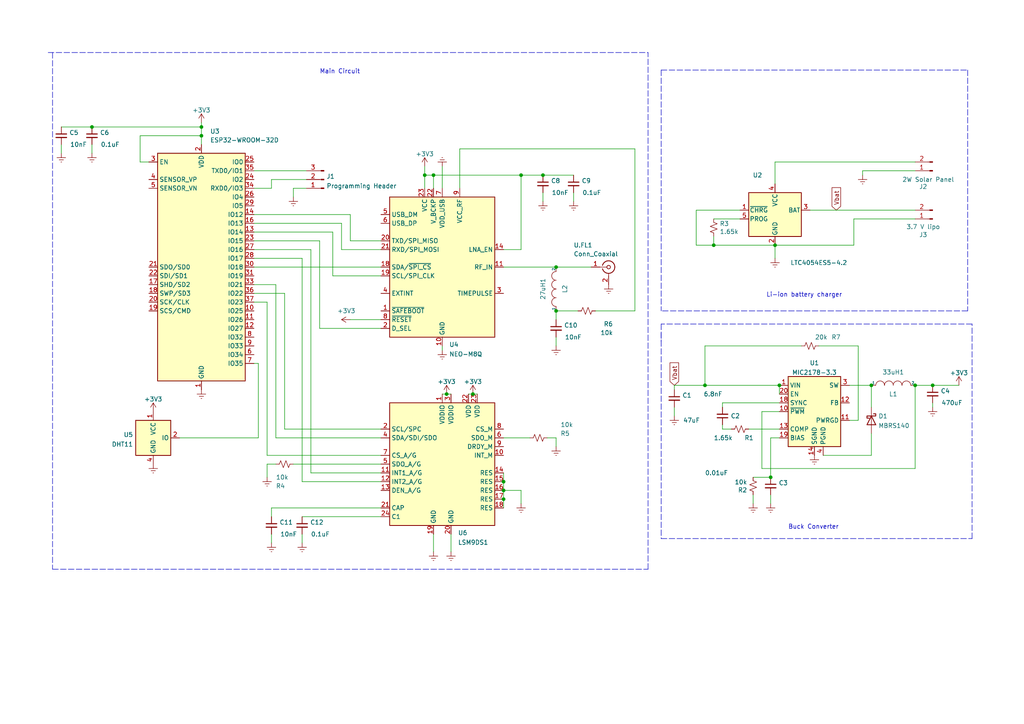
<source format=kicad_sch>
(kicad_sch (version 20211123) (generator eeschema)

  (uuid 424012fd-48f4-4cba-9107-720f1512372b)

  (paper "A4")

  (lib_symbols
    (symbol "Battery_Management:LTC4054ES5-4.2" (pin_names (offset 0.254)) (in_bom yes) (on_board yes)
      (property "Reference" "U" (id 0) (at -5.842 6.604 0)
        (effects (font (size 1.27 1.27)))
      )
      (property "Value" "LTC4054ES5-4.2" (id 1) (at 1.524 6.604 0)
        (effects (font (size 1.27 1.27)) (justify left))
      )
      (property "Footprint" "Package_TO_SOT_SMD:TSOT-23-5" (id 2) (at 0 -12.7 0)
        (effects (font (size 1.27 1.27)) hide)
      )
      (property "Datasheet" "https://www.analog.com/media/en/technical-documentation/data-sheets/405442xf.pdf" (id 3) (at 0 -2.54 0)
        (effects (font (size 1.27 1.27)) hide)
      )
      (property "ki_keywords" "Constant-current constant-voltage linear charger single cell lithium-ion battery" (id 4) (at 0 0 0)
        (effects (font (size 1.27 1.27)) hide)
      )
      (property "ki_description" "Constant-current/constant-voltage linear charger for single cell lithium-ion batteries with 2.9V Trickle Charge, 4.5V to 6.5V VDD, -40 to +85 degree Celcius, TSOT-23-5" (id 5) (at 0 0 0)
        (effects (font (size 1.27 1.27)) hide)
      )
      (property "ki_fp_filters" "TSOT?23*" (id 6) (at 0 0 0)
        (effects (font (size 1.27 1.27)) hide)
      )
      (symbol "LTC4054ES5-4.2_0_1"
        (rectangle (start -7.62 5.08) (end 7.62 -7.62)
          (stroke (width 0.254) (type default) (color 0 0 0 0))
          (fill (type background))
        )
      )
      (symbol "LTC4054ES5-4.2_1_1"
        (pin open_collector line (at -10.16 0 0) (length 2.54)
          (name "~{CHRG}" (effects (font (size 1.27 1.27))))
          (number "1" (effects (font (size 1.27 1.27))))
        )
        (pin power_in line (at 0 -10.16 90) (length 2.54)
          (name "GND" (effects (font (size 1.27 1.27))))
          (number "2" (effects (font (size 1.27 1.27))))
        )
        (pin power_out line (at 10.16 0 180) (length 2.54)
          (name "BAT" (effects (font (size 1.27 1.27))))
          (number "3" (effects (font (size 1.27 1.27))))
        )
        (pin power_in line (at 0 7.62 270) (length 2.54)
          (name "VCC" (effects (font (size 1.27 1.27))))
          (number "4" (effects (font (size 1.27 1.27))))
        )
        (pin bidirectional line (at -10.16 -2.54 0) (length 2.54)
          (name "PROG" (effects (font (size 1.27 1.27))))
          (number "5" (effects (font (size 1.27 1.27))))
        )
      )
    )
    (symbol "Connector:Conn_01x02_Male" (pin_names (offset 1.016) hide) (in_bom yes) (on_board yes)
      (property "Reference" "J" (id 0) (at 0 2.54 0)
        (effects (font (size 1.27 1.27)))
      )
      (property "Value" "Conn_01x02_Male" (id 1) (at 0 -5.08 0)
        (effects (font (size 1.27 1.27)))
      )
      (property "Footprint" "" (id 2) (at 0 0 0)
        (effects (font (size 1.27 1.27)) hide)
      )
      (property "Datasheet" "~" (id 3) (at 0 0 0)
        (effects (font (size 1.27 1.27)) hide)
      )
      (property "ki_keywords" "connector" (id 4) (at 0 0 0)
        (effects (font (size 1.27 1.27)) hide)
      )
      (property "ki_description" "Generic connector, single row, 01x02, script generated (kicad-library-utils/schlib/autogen/connector/)" (id 5) (at 0 0 0)
        (effects (font (size 1.27 1.27)) hide)
      )
      (property "ki_fp_filters" "Connector*:*_1x??_*" (id 6) (at 0 0 0)
        (effects (font (size 1.27 1.27)) hide)
      )
      (symbol "Conn_01x02_Male_1_1"
        (polyline
          (pts
            (xy 1.27 -2.54)
            (xy 0.8636 -2.54)
          )
          (stroke (width 0.1524) (type default) (color 0 0 0 0))
          (fill (type none))
        )
        (polyline
          (pts
            (xy 1.27 0)
            (xy 0.8636 0)
          )
          (stroke (width 0.1524) (type default) (color 0 0 0 0))
          (fill (type none))
        )
        (rectangle (start 0.8636 -2.413) (end 0 -2.667)
          (stroke (width 0.1524) (type default) (color 0 0 0 0))
          (fill (type outline))
        )
        (rectangle (start 0.8636 0.127) (end 0 -0.127)
          (stroke (width 0.1524) (type default) (color 0 0 0 0))
          (fill (type outline))
        )
        (pin passive line (at 5.08 0 180) (length 3.81)
          (name "Pin_1" (effects (font (size 1.27 1.27))))
          (number "1" (effects (font (size 1.27 1.27))))
        )
        (pin passive line (at 5.08 -2.54 180) (length 3.81)
          (name "Pin_2" (effects (font (size 1.27 1.27))))
          (number "2" (effects (font (size 1.27 1.27))))
        )
      )
    )
    (symbol "Connector:Conn_01x03_Male" (pin_names (offset 1.016) hide) (in_bom yes) (on_board yes)
      (property "Reference" "J" (id 0) (at 0 5.08 0)
        (effects (font (size 1.27 1.27)))
      )
      (property "Value" "Conn_01x03_Male" (id 1) (at 0 -5.08 0)
        (effects (font (size 1.27 1.27)))
      )
      (property "Footprint" "" (id 2) (at 0 0 0)
        (effects (font (size 1.27 1.27)) hide)
      )
      (property "Datasheet" "~" (id 3) (at 0 0 0)
        (effects (font (size 1.27 1.27)) hide)
      )
      (property "ki_keywords" "connector" (id 4) (at 0 0 0)
        (effects (font (size 1.27 1.27)) hide)
      )
      (property "ki_description" "Generic connector, single row, 01x03, script generated (kicad-library-utils/schlib/autogen/connector/)" (id 5) (at 0 0 0)
        (effects (font (size 1.27 1.27)) hide)
      )
      (property "ki_fp_filters" "Connector*:*_1x??_*" (id 6) (at 0 0 0)
        (effects (font (size 1.27 1.27)) hide)
      )
      (symbol "Conn_01x03_Male_1_1"
        (polyline
          (pts
            (xy 1.27 -2.54)
            (xy 0.8636 -2.54)
          )
          (stroke (width 0.1524) (type default) (color 0 0 0 0))
          (fill (type none))
        )
        (polyline
          (pts
            (xy 1.27 0)
            (xy 0.8636 0)
          )
          (stroke (width 0.1524) (type default) (color 0 0 0 0))
          (fill (type none))
        )
        (polyline
          (pts
            (xy 1.27 2.54)
            (xy 0.8636 2.54)
          )
          (stroke (width 0.1524) (type default) (color 0 0 0 0))
          (fill (type none))
        )
        (rectangle (start 0.8636 -2.413) (end 0 -2.667)
          (stroke (width 0.1524) (type default) (color 0 0 0 0))
          (fill (type outline))
        )
        (rectangle (start 0.8636 0.127) (end 0 -0.127)
          (stroke (width 0.1524) (type default) (color 0 0 0 0))
          (fill (type outline))
        )
        (rectangle (start 0.8636 2.667) (end 0 2.413)
          (stroke (width 0.1524) (type default) (color 0 0 0 0))
          (fill (type outline))
        )
        (pin passive line (at 5.08 2.54 180) (length 3.81)
          (name "Pin_1" (effects (font (size 1.27 1.27))))
          (number "1" (effects (font (size 1.27 1.27))))
        )
        (pin passive line (at 5.08 0 180) (length 3.81)
          (name "Pin_2" (effects (font (size 1.27 1.27))))
          (number "2" (effects (font (size 1.27 1.27))))
        )
        (pin passive line (at 5.08 -2.54 180) (length 3.81)
          (name "Pin_3" (effects (font (size 1.27 1.27))))
          (number "3" (effects (font (size 1.27 1.27))))
        )
      )
    )
    (symbol "Connector:Conn_Coaxial" (pin_names (offset 1.016) hide) (in_bom yes) (on_board yes)
      (property "Reference" "J" (id 0) (at 0.254 3.048 0)
        (effects (font (size 1.27 1.27)))
      )
      (property "Value" "Conn_Coaxial" (id 1) (at 2.921 0 90)
        (effects (font (size 1.27 1.27)))
      )
      (property "Footprint" "" (id 2) (at 0 0 0)
        (effects (font (size 1.27 1.27)) hide)
      )
      (property "Datasheet" " ~" (id 3) (at 0 0 0)
        (effects (font (size 1.27 1.27)) hide)
      )
      (property "ki_keywords" "BNC SMA SMB SMC LEMO coaxial connector CINCH RCA" (id 4) (at 0 0 0)
        (effects (font (size 1.27 1.27)) hide)
      )
      (property "ki_description" "coaxial connector (BNC, SMA, SMB, SMC, Cinch/RCA, LEMO, ...)" (id 5) (at 0 0 0)
        (effects (font (size 1.27 1.27)) hide)
      )
      (property "ki_fp_filters" "*BNC* *SMA* *SMB* *SMC* *Cinch* *LEMO*" (id 6) (at 0 0 0)
        (effects (font (size 1.27 1.27)) hide)
      )
      (symbol "Conn_Coaxial_0_1"
        (arc (start -1.778 -0.508) (mid 0.222 -1.808) (end 1.778 0)
          (stroke (width 0.254) (type default) (color 0 0 0 0))
          (fill (type none))
        )
        (polyline
          (pts
            (xy -2.54 0)
            (xy -0.508 0)
          )
          (stroke (width 0) (type default) (color 0 0 0 0))
          (fill (type none))
        )
        (polyline
          (pts
            (xy 0 -2.54)
            (xy 0 -1.778)
          )
          (stroke (width 0) (type default) (color 0 0 0 0))
          (fill (type none))
        )
        (circle (center 0 0) (radius 0.508)
          (stroke (width 0.2032) (type default) (color 0 0 0 0))
          (fill (type none))
        )
        (arc (start 1.778 0) (mid 0.2221 1.8083) (end -1.778 0.508)
          (stroke (width 0.254) (type default) (color 0 0 0 0))
          (fill (type none))
        )
      )
      (symbol "Conn_Coaxial_1_1"
        (pin passive line (at -5.08 0 0) (length 2.54)
          (name "In" (effects (font (size 1.27 1.27))))
          (number "1" (effects (font (size 1.27 1.27))))
        )
        (pin passive line (at 0 -5.08 90) (length 2.54)
          (name "Ext" (effects (font (size 1.27 1.27))))
          (number "2" (effects (font (size 1.27 1.27))))
        )
      )
    )
    (symbol "Device:C_Small" (pin_numbers hide) (pin_names (offset 0.254) hide) (in_bom yes) (on_board yes)
      (property "Reference" "C" (id 0) (at 0.254 1.778 0)
        (effects (font (size 1.27 1.27)) (justify left))
      )
      (property "Value" "C_Small" (id 1) (at 0.254 -2.032 0)
        (effects (font (size 1.27 1.27)) (justify left))
      )
      (property "Footprint" "" (id 2) (at 0 0 0)
        (effects (font (size 1.27 1.27)) hide)
      )
      (property "Datasheet" "~" (id 3) (at 0 0 0)
        (effects (font (size 1.27 1.27)) hide)
      )
      (property "ki_keywords" "capacitor cap" (id 4) (at 0 0 0)
        (effects (font (size 1.27 1.27)) hide)
      )
      (property "ki_description" "Unpolarized capacitor, small symbol" (id 5) (at 0 0 0)
        (effects (font (size 1.27 1.27)) hide)
      )
      (property "ki_fp_filters" "C_*" (id 6) (at 0 0 0)
        (effects (font (size 1.27 1.27)) hide)
      )
      (symbol "C_Small_0_1"
        (polyline
          (pts
            (xy -1.524 -0.508)
            (xy 1.524 -0.508)
          )
          (stroke (width 0.3302) (type default) (color 0 0 0 0))
          (fill (type none))
        )
        (polyline
          (pts
            (xy -1.524 0.508)
            (xy 1.524 0.508)
          )
          (stroke (width 0.3048) (type default) (color 0 0 0 0))
          (fill (type none))
        )
      )
      (symbol "C_Small_1_1"
        (pin passive line (at 0 2.54 270) (length 2.032)
          (name "~" (effects (font (size 1.27 1.27))))
          (number "1" (effects (font (size 1.27 1.27))))
        )
        (pin passive line (at 0 -2.54 90) (length 2.032)
          (name "~" (effects (font (size 1.27 1.27))))
          (number "2" (effects (font (size 1.27 1.27))))
        )
      )
    )
    (symbol "Device:D_Schottky" (pin_numbers hide) (pin_names (offset 1.016) hide) (in_bom yes) (on_board yes)
      (property "Reference" "D" (id 0) (at 0 2.54 0)
        (effects (font (size 1.27 1.27)))
      )
      (property "Value" "D_Schottky" (id 1) (at 0 -2.54 0)
        (effects (font (size 1.27 1.27)))
      )
      (property "Footprint" "" (id 2) (at 0 0 0)
        (effects (font (size 1.27 1.27)) hide)
      )
      (property "Datasheet" "~" (id 3) (at 0 0 0)
        (effects (font (size 1.27 1.27)) hide)
      )
      (property "ki_keywords" "diode Schottky" (id 4) (at 0 0 0)
        (effects (font (size 1.27 1.27)) hide)
      )
      (property "ki_description" "Schottky diode" (id 5) (at 0 0 0)
        (effects (font (size 1.27 1.27)) hide)
      )
      (property "ki_fp_filters" "TO-???* *_Diode_* *SingleDiode* D_*" (id 6) (at 0 0 0)
        (effects (font (size 1.27 1.27)) hide)
      )
      (symbol "D_Schottky_0_1"
        (polyline
          (pts
            (xy 1.27 0)
            (xy -1.27 0)
          )
          (stroke (width 0) (type default) (color 0 0 0 0))
          (fill (type none))
        )
        (polyline
          (pts
            (xy 1.27 1.27)
            (xy 1.27 -1.27)
            (xy -1.27 0)
            (xy 1.27 1.27)
          )
          (stroke (width 0.254) (type default) (color 0 0 0 0))
          (fill (type none))
        )
        (polyline
          (pts
            (xy -1.905 0.635)
            (xy -1.905 1.27)
            (xy -1.27 1.27)
            (xy -1.27 -1.27)
            (xy -0.635 -1.27)
            (xy -0.635 -0.635)
          )
          (stroke (width 0.254) (type default) (color 0 0 0 0))
          (fill (type none))
        )
      )
      (symbol "D_Schottky_1_1"
        (pin passive line (at -3.81 0 0) (length 2.54)
          (name "K" (effects (font (size 1.27 1.27))))
          (number "1" (effects (font (size 1.27 1.27))))
        )
        (pin passive line (at 3.81 0 180) (length 2.54)
          (name "A" (effects (font (size 1.27 1.27))))
          (number "2" (effects (font (size 1.27 1.27))))
        )
      )
    )
    (symbol "Device:R_Small_US" (pin_numbers hide) (pin_names (offset 0.254) hide) (in_bom yes) (on_board yes)
      (property "Reference" "R" (id 0) (at 0.762 0.508 0)
        (effects (font (size 1.27 1.27)) (justify left))
      )
      (property "Value" "R_Small_US" (id 1) (at 0.762 -1.016 0)
        (effects (font (size 1.27 1.27)) (justify left))
      )
      (property "Footprint" "" (id 2) (at 0 0 0)
        (effects (font (size 1.27 1.27)) hide)
      )
      (property "Datasheet" "~" (id 3) (at 0 0 0)
        (effects (font (size 1.27 1.27)) hide)
      )
      (property "ki_keywords" "r resistor" (id 4) (at 0 0 0)
        (effects (font (size 1.27 1.27)) hide)
      )
      (property "ki_description" "Resistor, small US symbol" (id 5) (at 0 0 0)
        (effects (font (size 1.27 1.27)) hide)
      )
      (property "ki_fp_filters" "R_*" (id 6) (at 0 0 0)
        (effects (font (size 1.27 1.27)) hide)
      )
      (symbol "R_Small_US_1_1"
        (polyline
          (pts
            (xy 0 0)
            (xy 1.016 -0.381)
            (xy 0 -0.762)
            (xy -1.016 -1.143)
            (xy 0 -1.524)
          )
          (stroke (width 0) (type default) (color 0 0 0 0))
          (fill (type none))
        )
        (polyline
          (pts
            (xy 0 1.524)
            (xy 1.016 1.143)
            (xy 0 0.762)
            (xy -1.016 0.381)
            (xy 0 0)
          )
          (stroke (width 0) (type default) (color 0 0 0 0))
          (fill (type none))
        )
        (pin passive line (at 0 2.54 270) (length 1.016)
          (name "~" (effects (font (size 1.27 1.27))))
          (number "1" (effects (font (size 1.27 1.27))))
        )
        (pin passive line (at 0 -2.54 90) (length 1.016)
          (name "~" (effects (font (size 1.27 1.27))))
          (number "2" (effects (font (size 1.27 1.27))))
        )
      )
    )
    (symbol "RF_GPS:NEO-M8Q" (in_bom yes) (on_board yes)
      (property "Reference" "U" (id 0) (at -13.97 21.59 0)
        (effects (font (size 1.27 1.27)))
      )
      (property "Value" "NEO-M8Q" (id 1) (at 11.43 21.59 0)
        (effects (font (size 1.27 1.27)))
      )
      (property "Footprint" "RF_GPS:ublox_NEO" (id 2) (at 10.16 -21.59 0)
        (effects (font (size 1.27 1.27)) hide)
      )
      (property "Datasheet" "https://www.u-blox.com/sites/default/files/NEO-M8-FW3_DataSheet_%28UBX-15031086%29.pdf" (id 3) (at 0 0 0)
        (effects (font (size 1.27 1.27)) hide)
      )
      (property "ki_keywords" "ublox GPS GNSS module" (id 4) (at 0 0 0)
        (effects (font (size 1.27 1.27)) hide)
      )
      (property "ki_description" "GNSS Module NEO M8, VCC 2.7V to 3.6V" (id 5) (at 0 0 0)
        (effects (font (size 1.27 1.27)) hide)
      )
      (property "ki_fp_filters" "ublox*NEO*" (id 6) (at 0 0 0)
        (effects (font (size 1.27 1.27)) hide)
      )
      (symbol "NEO-M8Q_0_1"
        (rectangle (start -15.24 20.32) (end 15.24 -20.32)
          (stroke (width 0.254) (type default) (color 0 0 0 0))
          (fill (type background))
        )
      )
      (symbol "NEO-M8Q_1_1"
        (pin input line (at -17.78 -12.7 0) (length 2.54)
          (name "~{SAFEBOOT}" (effects (font (size 1.27 1.27))))
          (number "1" (effects (font (size 1.27 1.27))))
        )
        (pin power_in line (at 0 -22.86 90) (length 2.54)
          (name "GND" (effects (font (size 1.27 1.27))))
          (number "10" (effects (font (size 1.27 1.27))))
        )
        (pin input line (at 17.78 0 180) (length 2.54)
          (name "RF_IN" (effects (font (size 1.27 1.27))))
          (number "11" (effects (font (size 1.27 1.27))))
        )
        (pin passive line (at 0 -22.86 90) (length 2.54) hide
          (name "GND" (effects (font (size 1.27 1.27))))
          (number "12" (effects (font (size 1.27 1.27))))
        )
        (pin passive line (at 0 -22.86 90) (length 2.54) hide
          (name "GND" (effects (font (size 1.27 1.27))))
          (number "13" (effects (font (size 1.27 1.27))))
        )
        (pin output line (at 17.78 5.08 180) (length 2.54)
          (name "LNA_EN" (effects (font (size 1.27 1.27))))
          (number "14" (effects (font (size 1.27 1.27))))
        )
        (pin no_connect line (at 15.24 -10.16 180) (length 2.54) hide
          (name "RESERVED" (effects (font (size 1.27 1.27))))
          (number "15" (effects (font (size 1.27 1.27))))
        )
        (pin no_connect line (at 15.24 -12.7 180) (length 2.54) hide
          (name "RESERVED" (effects (font (size 1.27 1.27))))
          (number "16" (effects (font (size 1.27 1.27))))
        )
        (pin no_connect line (at 15.24 -15.24 180) (length 2.54) hide
          (name "RESERVED" (effects (font (size 1.27 1.27))))
          (number "17" (effects (font (size 1.27 1.27))))
        )
        (pin bidirectional line (at -17.78 0 0) (length 2.54)
          (name "SDA/~{SPI_CS}" (effects (font (size 1.27 1.27))))
          (number "18" (effects (font (size 1.27 1.27))))
        )
        (pin input line (at -17.78 -2.54 0) (length 2.54)
          (name "SCL/SPI_CLK" (effects (font (size 1.27 1.27))))
          (number "19" (effects (font (size 1.27 1.27))))
        )
        (pin input line (at -17.78 -17.78 0) (length 2.54)
          (name "D_SEL" (effects (font (size 1.27 1.27))))
          (number "2" (effects (font (size 1.27 1.27))))
        )
        (pin output line (at -17.78 7.62 0) (length 2.54)
          (name "TXD/SPI_MISO" (effects (font (size 1.27 1.27))))
          (number "20" (effects (font (size 1.27 1.27))))
        )
        (pin input line (at -17.78 5.08 0) (length 2.54)
          (name "RXD/SPI_MOSI" (effects (font (size 1.27 1.27))))
          (number "21" (effects (font (size 1.27 1.27))))
        )
        (pin power_in line (at -2.54 22.86 270) (length 2.54)
          (name "V_BCKP" (effects (font (size 1.27 1.27))))
          (number "22" (effects (font (size 1.27 1.27))))
        )
        (pin power_in line (at -5.08 22.86 270) (length 2.54)
          (name "VCC" (effects (font (size 1.27 1.27))))
          (number "23" (effects (font (size 1.27 1.27))))
        )
        (pin passive line (at 0 -22.86 90) (length 2.54) hide
          (name "GND" (effects (font (size 1.27 1.27))))
          (number "24" (effects (font (size 1.27 1.27))))
        )
        (pin output line (at 17.78 -7.62 180) (length 2.54)
          (name "TIMEPULSE" (effects (font (size 1.27 1.27))))
          (number "3" (effects (font (size 1.27 1.27))))
        )
        (pin input line (at -17.78 -7.62 0) (length 2.54)
          (name "EXTINT" (effects (font (size 1.27 1.27))))
          (number "4" (effects (font (size 1.27 1.27))))
        )
        (pin bidirectional line (at -17.78 15.24 0) (length 2.54)
          (name "USB_DM" (effects (font (size 1.27 1.27))))
          (number "5" (effects (font (size 1.27 1.27))))
        )
        (pin bidirectional line (at -17.78 12.7 0) (length 2.54)
          (name "USB_DP" (effects (font (size 1.27 1.27))))
          (number "6" (effects (font (size 1.27 1.27))))
        )
        (pin power_in line (at 0 22.86 270) (length 2.54)
          (name "VDD_USB" (effects (font (size 1.27 1.27))))
          (number "7" (effects (font (size 1.27 1.27))))
        )
        (pin input line (at -17.78 -15.24 0) (length 2.54)
          (name "~{RESET}" (effects (font (size 1.27 1.27))))
          (number "8" (effects (font (size 1.27 1.27))))
        )
        (pin power_out line (at 5.08 22.86 270) (length 2.54)
          (name "VCC_RF" (effects (font (size 1.27 1.27))))
          (number "9" (effects (font (size 1.27 1.27))))
        )
      )
    )
    (symbol "RF_Module:ESP32-WROOM-32D" (in_bom yes) (on_board yes)
      (property "Reference" "U" (id 0) (at -12.7 34.29 0)
        (effects (font (size 1.27 1.27)) (justify left))
      )
      (property "Value" "ESP32-WROOM-32D" (id 1) (at 1.27 34.29 0)
        (effects (font (size 1.27 1.27)) (justify left))
      )
      (property "Footprint" "RF_Module:ESP32-WROOM-32" (id 2) (at 0 -38.1 0)
        (effects (font (size 1.27 1.27)) hide)
      )
      (property "Datasheet" "https://www.espressif.com/sites/default/files/documentation/esp32-wroom-32d_esp32-wroom-32u_datasheet_en.pdf" (id 3) (at -7.62 1.27 0)
        (effects (font (size 1.27 1.27)) hide)
      )
      (property "ki_keywords" "RF Radio BT ESP ESP32 Espressif onboard PCB antenna" (id 4) (at 0 0 0)
        (effects (font (size 1.27 1.27)) hide)
      )
      (property "ki_description" "RF Module, ESP32-D0WD SoC, Wi-Fi 802.11b/g/n, Bluetooth, BLE, 32-bit, 2.7-3.6V, onboard antenna, SMD" (id 5) (at 0 0 0)
        (effects (font (size 1.27 1.27)) hide)
      )
      (property "ki_fp_filters" "ESP32?WROOM?32*" (id 6) (at 0 0 0)
        (effects (font (size 1.27 1.27)) hide)
      )
      (symbol "ESP32-WROOM-32D_0_1"
        (rectangle (start -12.7 33.02) (end 12.7 -33.02)
          (stroke (width 0.254) (type default) (color 0 0 0 0))
          (fill (type background))
        )
      )
      (symbol "ESP32-WROOM-32D_1_1"
        (pin power_in line (at 0 -35.56 90) (length 2.54)
          (name "GND" (effects (font (size 1.27 1.27))))
          (number "1" (effects (font (size 1.27 1.27))))
        )
        (pin bidirectional line (at 15.24 -12.7 180) (length 2.54)
          (name "IO25" (effects (font (size 1.27 1.27))))
          (number "10" (effects (font (size 1.27 1.27))))
        )
        (pin bidirectional line (at 15.24 -15.24 180) (length 2.54)
          (name "IO26" (effects (font (size 1.27 1.27))))
          (number "11" (effects (font (size 1.27 1.27))))
        )
        (pin bidirectional line (at 15.24 -17.78 180) (length 2.54)
          (name "IO27" (effects (font (size 1.27 1.27))))
          (number "12" (effects (font (size 1.27 1.27))))
        )
        (pin bidirectional line (at 15.24 10.16 180) (length 2.54)
          (name "IO14" (effects (font (size 1.27 1.27))))
          (number "13" (effects (font (size 1.27 1.27))))
        )
        (pin bidirectional line (at 15.24 15.24 180) (length 2.54)
          (name "IO12" (effects (font (size 1.27 1.27))))
          (number "14" (effects (font (size 1.27 1.27))))
        )
        (pin passive line (at 0 -35.56 90) (length 2.54) hide
          (name "GND" (effects (font (size 1.27 1.27))))
          (number "15" (effects (font (size 1.27 1.27))))
        )
        (pin bidirectional line (at 15.24 12.7 180) (length 2.54)
          (name "IO13" (effects (font (size 1.27 1.27))))
          (number "16" (effects (font (size 1.27 1.27))))
        )
        (pin bidirectional line (at -15.24 -5.08 0) (length 2.54)
          (name "SHD/SD2" (effects (font (size 1.27 1.27))))
          (number "17" (effects (font (size 1.27 1.27))))
        )
        (pin bidirectional line (at -15.24 -7.62 0) (length 2.54)
          (name "SWP/SD3" (effects (font (size 1.27 1.27))))
          (number "18" (effects (font (size 1.27 1.27))))
        )
        (pin bidirectional line (at -15.24 -12.7 0) (length 2.54)
          (name "SCS/CMD" (effects (font (size 1.27 1.27))))
          (number "19" (effects (font (size 1.27 1.27))))
        )
        (pin power_in line (at 0 35.56 270) (length 2.54)
          (name "VDD" (effects (font (size 1.27 1.27))))
          (number "2" (effects (font (size 1.27 1.27))))
        )
        (pin bidirectional line (at -15.24 -10.16 0) (length 2.54)
          (name "SCK/CLK" (effects (font (size 1.27 1.27))))
          (number "20" (effects (font (size 1.27 1.27))))
        )
        (pin bidirectional line (at -15.24 0 0) (length 2.54)
          (name "SDO/SD0" (effects (font (size 1.27 1.27))))
          (number "21" (effects (font (size 1.27 1.27))))
        )
        (pin bidirectional line (at -15.24 -2.54 0) (length 2.54)
          (name "SDI/SD1" (effects (font (size 1.27 1.27))))
          (number "22" (effects (font (size 1.27 1.27))))
        )
        (pin bidirectional line (at 15.24 7.62 180) (length 2.54)
          (name "IO15" (effects (font (size 1.27 1.27))))
          (number "23" (effects (font (size 1.27 1.27))))
        )
        (pin bidirectional line (at 15.24 25.4 180) (length 2.54)
          (name "IO2" (effects (font (size 1.27 1.27))))
          (number "24" (effects (font (size 1.27 1.27))))
        )
        (pin bidirectional line (at 15.24 30.48 180) (length 2.54)
          (name "IO0" (effects (font (size 1.27 1.27))))
          (number "25" (effects (font (size 1.27 1.27))))
        )
        (pin bidirectional line (at 15.24 20.32 180) (length 2.54)
          (name "IO4" (effects (font (size 1.27 1.27))))
          (number "26" (effects (font (size 1.27 1.27))))
        )
        (pin bidirectional line (at 15.24 5.08 180) (length 2.54)
          (name "IO16" (effects (font (size 1.27 1.27))))
          (number "27" (effects (font (size 1.27 1.27))))
        )
        (pin bidirectional line (at 15.24 2.54 180) (length 2.54)
          (name "IO17" (effects (font (size 1.27 1.27))))
          (number "28" (effects (font (size 1.27 1.27))))
        )
        (pin bidirectional line (at 15.24 17.78 180) (length 2.54)
          (name "IO5" (effects (font (size 1.27 1.27))))
          (number "29" (effects (font (size 1.27 1.27))))
        )
        (pin input line (at -15.24 30.48 0) (length 2.54)
          (name "EN" (effects (font (size 1.27 1.27))))
          (number "3" (effects (font (size 1.27 1.27))))
        )
        (pin bidirectional line (at 15.24 0 180) (length 2.54)
          (name "IO18" (effects (font (size 1.27 1.27))))
          (number "30" (effects (font (size 1.27 1.27))))
        )
        (pin bidirectional line (at 15.24 -2.54 180) (length 2.54)
          (name "IO19" (effects (font (size 1.27 1.27))))
          (number "31" (effects (font (size 1.27 1.27))))
        )
        (pin no_connect line (at -12.7 -27.94 0) (length 2.54) hide
          (name "NC" (effects (font (size 1.27 1.27))))
          (number "32" (effects (font (size 1.27 1.27))))
        )
        (pin bidirectional line (at 15.24 -5.08 180) (length 2.54)
          (name "IO21" (effects (font (size 1.27 1.27))))
          (number "33" (effects (font (size 1.27 1.27))))
        )
        (pin bidirectional line (at 15.24 22.86 180) (length 2.54)
          (name "RXD0/IO3" (effects (font (size 1.27 1.27))))
          (number "34" (effects (font (size 1.27 1.27))))
        )
        (pin bidirectional line (at 15.24 27.94 180) (length 2.54)
          (name "TXD0/IO1" (effects (font (size 1.27 1.27))))
          (number "35" (effects (font (size 1.27 1.27))))
        )
        (pin bidirectional line (at 15.24 -7.62 180) (length 2.54)
          (name "IO22" (effects (font (size 1.27 1.27))))
          (number "36" (effects (font (size 1.27 1.27))))
        )
        (pin bidirectional line (at 15.24 -10.16 180) (length 2.54)
          (name "IO23" (effects (font (size 1.27 1.27))))
          (number "37" (effects (font (size 1.27 1.27))))
        )
        (pin passive line (at 0 -35.56 90) (length 2.54) hide
          (name "GND" (effects (font (size 1.27 1.27))))
          (number "38" (effects (font (size 1.27 1.27))))
        )
        (pin passive line (at 0 -35.56 90) (length 2.54) hide
          (name "GND" (effects (font (size 1.27 1.27))))
          (number "39" (effects (font (size 1.27 1.27))))
        )
        (pin input line (at -15.24 25.4 0) (length 2.54)
          (name "SENSOR_VP" (effects (font (size 1.27 1.27))))
          (number "4" (effects (font (size 1.27 1.27))))
        )
        (pin input line (at -15.24 22.86 0) (length 2.54)
          (name "SENSOR_VN" (effects (font (size 1.27 1.27))))
          (number "5" (effects (font (size 1.27 1.27))))
        )
        (pin input line (at 15.24 -25.4 180) (length 2.54)
          (name "IO34" (effects (font (size 1.27 1.27))))
          (number "6" (effects (font (size 1.27 1.27))))
        )
        (pin input line (at 15.24 -27.94 180) (length 2.54)
          (name "IO35" (effects (font (size 1.27 1.27))))
          (number "7" (effects (font (size 1.27 1.27))))
        )
        (pin bidirectional line (at 15.24 -20.32 180) (length 2.54)
          (name "IO32" (effects (font (size 1.27 1.27))))
          (number "8" (effects (font (size 1.27 1.27))))
        )
        (pin bidirectional line (at 15.24 -22.86 180) (length 2.54)
          (name "IO33" (effects (font (size 1.27 1.27))))
          (number "9" (effects (font (size 1.27 1.27))))
        )
      )
    )
    (symbol "Regulator_Switching:MIC2178-3.3" (in_bom yes) (on_board yes)
      (property "Reference" "U" (id 0) (at -6.35 13.97 0)
        (effects (font (size 1.27 1.27)))
      )
      (property "Value" "MIC2178-3.3" (id 1) (at 0 13.97 0)
        (effects (font (size 1.27 1.27)) (justify left))
      )
      (property "Footprint" "Package_SO:SOIC-20W_7.5x12.8mm_P1.27mm" (id 2) (at 0 -12.7 0)
        (effects (font (size 1.27 1.27)) hide)
      )
      (property "Datasheet" "http://ww1.microchip.com/downloads/en/DeviceDoc/mic2177.pdf" (id 3) (at 0 0 0)
        (effects (font (size 1.27 1.27)) hide)
      )
      (property "ki_keywords" "Synchronous Buck Regulator fixed" (id 4) (at 0 0 0)
        (effects (font (size 1.27 1.27)) hide)
      )
      (property "ki_description" "2.5A Synchronous Buck Regulator, 4.5-16.5V Input Voltage, 3.3V Fixed Output Voltage, SO-20W" (id 5) (at 0 0 0)
        (effects (font (size 1.27 1.27)) hide)
      )
      (property "ki_fp_filters" "SOIC*W*7.5x12.8mm*P1.27mm*" (id 6) (at 0 0 0)
        (effects (font (size 1.27 1.27)) hide)
      )
      (symbol "MIC2178-3.3_0_1"
        (rectangle (start -7.62 12.7) (end 7.62 -7.62)
          (stroke (width 0.254) (type default) (color 0 0 0 0))
          (fill (type background))
        )
      )
      (symbol "MIC2178-3.3_1_1"
        (pin power_in line (at -10.16 10.16 0) (length 2.54)
          (name "VIN" (effects (font (size 1.27 1.27))))
          (number "1" (effects (font (size 1.27 1.27))))
        )
        (pin input line (at -10.16 2.54 0) (length 2.54)
          (name "~{PWM}" (effects (font (size 1.27 1.27))))
          (number "10" (effects (font (size 1.27 1.27))))
        )
        (pin output line (at 10.16 0 180) (length 2.54)
          (name "PWRGD" (effects (font (size 1.27 1.27))))
          (number "11" (effects (font (size 1.27 1.27))))
        )
        (pin input line (at 10.16 5.08 180) (length 2.54)
          (name "FB" (effects (font (size 1.27 1.27))))
          (number "12" (effects (font (size 1.27 1.27))))
        )
        (pin input line (at -10.16 -2.54 0) (length 2.54)
          (name "COMP" (effects (font (size 1.27 1.27))))
          (number "13" (effects (font (size 1.27 1.27))))
        )
        (pin power_in line (at 0 -10.16 90) (length 2.54)
          (name "SGND" (effects (font (size 1.27 1.27))))
          (number "14" (effects (font (size 1.27 1.27))))
        )
        (pin passive line (at 0 -10.16 90) (length 2.54) hide
          (name "SGND" (effects (font (size 1.27 1.27))))
          (number "15" (effects (font (size 1.27 1.27))))
        )
        (pin passive line (at 0 -10.16 90) (length 2.54) hide
          (name "SGND" (effects (font (size 1.27 1.27))))
          (number "16" (effects (font (size 1.27 1.27))))
        )
        (pin passive line (at 0 -10.16 90) (length 2.54) hide
          (name "SGND" (effects (font (size 1.27 1.27))))
          (number "17" (effects (font (size 1.27 1.27))))
        )
        (pin input line (at -10.16 5.08 0) (length 2.54)
          (name "SYNC" (effects (font (size 1.27 1.27))))
          (number "18" (effects (font (size 1.27 1.27))))
        )
        (pin input line (at -10.16 -5.08 0) (length 2.54)
          (name "BIAS" (effects (font (size 1.27 1.27))))
          (number "19" (effects (font (size 1.27 1.27))))
        )
        (pin passive line (at -10.16 10.16 0) (length 2.54) hide
          (name "VIN" (effects (font (size 1.27 1.27))))
          (number "2" (effects (font (size 1.27 1.27))))
        )
        (pin input line (at -10.16 7.62 0) (length 2.54)
          (name "EN" (effects (font (size 1.27 1.27))))
          (number "20" (effects (font (size 1.27 1.27))))
        )
        (pin output line (at 10.16 10.16 180) (length 2.54)
          (name "SW" (effects (font (size 1.27 1.27))))
          (number "3" (effects (font (size 1.27 1.27))))
        )
        (pin power_in line (at 2.54 -10.16 90) (length 2.54)
          (name "PGND" (effects (font (size 1.27 1.27))))
          (number "4" (effects (font (size 1.27 1.27))))
        )
        (pin passive line (at 2.54 -10.16 90) (length 2.54) hide
          (name "PGND" (effects (font (size 1.27 1.27))))
          (number "5" (effects (font (size 1.27 1.27))))
        )
        (pin passive line (at 2.54 -10.16 90) (length 2.54) hide
          (name "PGND" (effects (font (size 1.27 1.27))))
          (number "6" (effects (font (size 1.27 1.27))))
        )
        (pin passive line (at 2.54 -10.16 90) (length 2.54) hide
          (name "PGND" (effects (font (size 1.27 1.27))))
          (number "7" (effects (font (size 1.27 1.27))))
        )
        (pin passive line (at 10.16 10.16 180) (length 2.54) hide
          (name "SW" (effects (font (size 1.27 1.27))))
          (number "8" (effects (font (size 1.27 1.27))))
        )
        (pin passive line (at -10.16 10.16 0) (length 2.54) hide
          (name "VIN" (effects (font (size 1.27 1.27))))
          (number "9" (effects (font (size 1.27 1.27))))
        )
      )
    )
    (symbol "Sensor:DHT11" (in_bom yes) (on_board yes)
      (property "Reference" "U" (id 0) (at -3.81 6.35 0)
        (effects (font (size 1.27 1.27)))
      )
      (property "Value" "DHT11" (id 1) (at 3.81 6.35 0)
        (effects (font (size 1.27 1.27)))
      )
      (property "Footprint" "Sensor:Aosong_DHT11_5.5x12.0_P2.54mm" (id 2) (at 0 -10.16 0)
        (effects (font (size 1.27 1.27)) hide)
      )
      (property "Datasheet" "http://akizukidenshi.com/download/ds/aosong/DHT11.pdf" (id 3) (at 3.81 6.35 0)
        (effects (font (size 1.27 1.27)) hide)
      )
      (property "ki_keywords" "Digital temperature humidity sensor" (id 4) (at 0 0 0)
        (effects (font (size 1.27 1.27)) hide)
      )
      (property "ki_description" "Temperature and humidity module" (id 5) (at 0 0 0)
        (effects (font (size 1.27 1.27)) hide)
      )
      (property "ki_fp_filters" "Aosong*DHT11*5.5x12.0*P2.54mm*" (id 6) (at 0 0 0)
        (effects (font (size 1.27 1.27)) hide)
      )
      (symbol "DHT11_0_1"
        (rectangle (start -5.08 5.08) (end 5.08 -5.08)
          (stroke (width 0.254) (type default) (color 0 0 0 0))
          (fill (type background))
        )
      )
      (symbol "DHT11_1_1"
        (pin power_in line (at 0 7.62 270) (length 2.54)
          (name "VCC" (effects (font (size 1.27 1.27))))
          (number "1" (effects (font (size 1.27 1.27))))
        )
        (pin bidirectional line (at 7.62 0 180) (length 2.54)
          (name "IO" (effects (font (size 1.27 1.27))))
          (number "2" (effects (font (size 1.27 1.27))))
        )
        (pin no_connect line (at -5.08 0 0) (length 2.54) hide
          (name "NC" (effects (font (size 1.27 1.27))))
          (number "3" (effects (font (size 1.27 1.27))))
        )
        (pin power_in line (at 0 -7.62 90) (length 2.54)
          (name "GND" (effects (font (size 1.27 1.27))))
          (number "4" (effects (font (size 1.27 1.27))))
        )
      )
    )
    (symbol "Sensor_Motion:LSM9DS1" (in_bom yes) (on_board yes)
      (property "Reference" "U" (id 0) (at -15.24 21.59 0)
        (effects (font (size 1.27 1.27)) (justify left))
      )
      (property "Value" "LSM9DS1" (id 1) (at -15.24 19.05 0)
        (effects (font (size 1.27 1.27)) (justify left))
      )
      (property "Footprint" "Package_LGA:LGA-24L_3x3.5mm_P0.43mm" (id 2) (at 38.1 19.05 0)
        (effects (font (size 1.27 1.27)) hide)
      )
      (property "Datasheet" "http://www.st.com/content/ccc/resource/technical/document/datasheet/1e/3f/2a/d6/25/eb/48/46/DM00103319.pdf/files/DM00103319.pdf/jcr:content/translations/en.DM00103319.pdf" (id 3) (at 0 2.54 0)
        (effects (font (size 1.27 1.27)) hide)
      )
      (property "ki_keywords" "I2C SPI IMU accelerometer gyroscope magnetometer" (id 4) (at 0 0 0)
        (effects (font (size 1.27 1.27)) hide)
      )
      (property "ki_description" "I2C SPI 9 axis IMU accelerometer gyroscope magnetometer" (id 5) (at 0 0 0)
        (effects (font (size 1.27 1.27)) hide)
      )
      (property "ki_fp_filters" "LGA*3x3.5mm*P0.43mm*" (id 6) (at 0 0 0)
        (effects (font (size 1.27 1.27)) hide)
      )
      (symbol "LSM9DS1_0_1"
        (rectangle (start -15.24 17.78) (end 15.24 -17.78)
          (stroke (width 0.254) (type default) (color 0 0 0 0))
          (fill (type background))
        )
      )
      (symbol "LSM9DS1_1_1"
        (pin power_in line (at 0 20.32 270) (length 2.54)
          (name "VDDIO" (effects (font (size 1.27 1.27))))
          (number "1" (effects (font (size 1.27 1.27))))
        )
        (pin output line (at 17.78 2.54 180) (length 2.54)
          (name "INT_M" (effects (font (size 1.27 1.27))))
          (number "10" (effects (font (size 1.27 1.27))))
        )
        (pin output line (at -17.78 -2.54 0) (length 2.54)
          (name "INT1_A/G" (effects (font (size 1.27 1.27))))
          (number "11" (effects (font (size 1.27 1.27))))
        )
        (pin output line (at -17.78 -5.08 0) (length 2.54)
          (name "INT2_A/G" (effects (font (size 1.27 1.27))))
          (number "12" (effects (font (size 1.27 1.27))))
        )
        (pin input line (at -17.78 -7.62 0) (length 2.54)
          (name "DEN_A/G" (effects (font (size 1.27 1.27))))
          (number "13" (effects (font (size 1.27 1.27))))
        )
        (pin bidirectional line (at 17.78 -2.54 180) (length 2.54)
          (name "RES" (effects (font (size 1.27 1.27))))
          (number "14" (effects (font (size 1.27 1.27))))
        )
        (pin bidirectional line (at 17.78 -5.08 180) (length 2.54)
          (name "RES" (effects (font (size 1.27 1.27))))
          (number "15" (effects (font (size 1.27 1.27))))
        )
        (pin bidirectional line (at 17.78 -7.62 180) (length 2.54)
          (name "RES" (effects (font (size 1.27 1.27))))
          (number "16" (effects (font (size 1.27 1.27))))
        )
        (pin bidirectional line (at 17.78 -10.16 180) (length 2.54)
          (name "RES" (effects (font (size 1.27 1.27))))
          (number "17" (effects (font (size 1.27 1.27))))
        )
        (pin bidirectional line (at 17.78 -12.7 180) (length 2.54)
          (name "RES" (effects (font (size 1.27 1.27))))
          (number "18" (effects (font (size 1.27 1.27))))
        )
        (pin power_in line (at -2.54 -20.32 90) (length 2.54)
          (name "GND" (effects (font (size 1.27 1.27))))
          (number "19" (effects (font (size 1.27 1.27))))
        )
        (pin input line (at -17.78 10.16 0) (length 2.54)
          (name "SCL/SPC" (effects (font (size 1.27 1.27))))
          (number "2" (effects (font (size 1.27 1.27))))
        )
        (pin power_in line (at 2.54 -20.32 90) (length 2.54)
          (name "GND" (effects (font (size 1.27 1.27))))
          (number "20" (effects (font (size 1.27 1.27))))
        )
        (pin passive line (at -17.78 -12.7 0) (length 2.54)
          (name "CAP" (effects (font (size 1.27 1.27))))
          (number "21" (effects (font (size 1.27 1.27))))
        )
        (pin power_in line (at 7.62 20.32 270) (length 2.54)
          (name "VDD" (effects (font (size 1.27 1.27))))
          (number "22" (effects (font (size 1.27 1.27))))
        )
        (pin power_in line (at 10.16 20.32 270) (length 2.54)
          (name "VDD" (effects (font (size 1.27 1.27))))
          (number "23" (effects (font (size 1.27 1.27))))
        )
        (pin passive line (at -17.78 -15.24 0) (length 2.54)
          (name "C1" (effects (font (size 1.27 1.27))))
          (number "24" (effects (font (size 1.27 1.27))))
        )
        (pin power_in line (at 2.54 20.32 270) (length 2.54)
          (name "VDDIO" (effects (font (size 1.27 1.27))))
          (number "3" (effects (font (size 1.27 1.27))))
        )
        (pin bidirectional line (at -17.78 7.62 0) (length 2.54)
          (name "SDA/SDI/SDO" (effects (font (size 1.27 1.27))))
          (number "4" (effects (font (size 1.27 1.27))))
        )
        (pin output line (at -17.78 0 0) (length 2.54)
          (name "SDO_A/G" (effects (font (size 1.27 1.27))))
          (number "5" (effects (font (size 1.27 1.27))))
        )
        (pin output line (at 17.78 7.62 180) (length 2.54)
          (name "SDO_M" (effects (font (size 1.27 1.27))))
          (number "6" (effects (font (size 1.27 1.27))))
        )
        (pin input line (at -17.78 2.54 0) (length 2.54)
          (name "CS_A/G" (effects (font (size 1.27 1.27))))
          (number "7" (effects (font (size 1.27 1.27))))
        )
        (pin input line (at 17.78 10.16 180) (length 2.54)
          (name "CS_M" (effects (font (size 1.27 1.27))))
          (number "8" (effects (font (size 1.27 1.27))))
        )
        (pin output line (at 17.78 5.08 180) (length 2.54)
          (name "DRDY_M" (effects (font (size 1.27 1.27))))
          (number "9" (effects (font (size 1.27 1.27))))
        )
      )
    )
    (symbol "power:+3.3V" (power) (pin_names (offset 0)) (in_bom yes) (on_board yes)
      (property "Reference" "#PWR" (id 0) (at 0 -3.81 0)
        (effects (font (size 1.27 1.27)) hide)
      )
      (property "Value" "+3.3V" (id 1) (at 0 3.556 0)
        (effects (font (size 1.27 1.27)))
      )
      (property "Footprint" "" (id 2) (at 0 0 0)
        (effects (font (size 1.27 1.27)) hide)
      )
      (property "Datasheet" "" (id 3) (at 0 0 0)
        (effects (font (size 1.27 1.27)) hide)
      )
      (property "ki_keywords" "power-flag" (id 4) (at 0 0 0)
        (effects (font (size 1.27 1.27)) hide)
      )
      (property "ki_description" "Power symbol creates a global label with name \"+3.3V\"" (id 5) (at 0 0 0)
        (effects (font (size 1.27 1.27)) hide)
      )
      (symbol "+3.3V_0_1"
        (polyline
          (pts
            (xy -0.762 1.27)
            (xy 0 2.54)
          )
          (stroke (width 0) (type default) (color 0 0 0 0))
          (fill (type none))
        )
        (polyline
          (pts
            (xy 0 0)
            (xy 0 2.54)
          )
          (stroke (width 0) (type default) (color 0 0 0 0))
          (fill (type none))
        )
        (polyline
          (pts
            (xy 0 2.54)
            (xy 0.762 1.27)
          )
          (stroke (width 0) (type default) (color 0 0 0 0))
          (fill (type none))
        )
      )
      (symbol "+3.3V_1_1"
        (pin power_in line (at 0 0 90) (length 0) hide
          (name "+3V3" (effects (font (size 1.27 1.27))))
          (number "1" (effects (font (size 1.27 1.27))))
        )
      )
    )
    (symbol "power:Earth" (power) (pin_names (offset 0)) (in_bom yes) (on_board yes)
      (property "Reference" "#PWR" (id 0) (at 0 -6.35 0)
        (effects (font (size 1.27 1.27)) hide)
      )
      (property "Value" "Earth" (id 1) (at 0 -3.81 0)
        (effects (font (size 1.27 1.27)) hide)
      )
      (property "Footprint" "" (id 2) (at 0 0 0)
        (effects (font (size 1.27 1.27)) hide)
      )
      (property "Datasheet" "~" (id 3) (at 0 0 0)
        (effects (font (size 1.27 1.27)) hide)
      )
      (property "ki_keywords" "power-flag ground gnd" (id 4) (at 0 0 0)
        (effects (font (size 1.27 1.27)) hide)
      )
      (property "ki_description" "Power symbol creates a global label with name \"Earth\"" (id 5) (at 0 0 0)
        (effects (font (size 1.27 1.27)) hide)
      )
      (symbol "Earth_0_1"
        (polyline
          (pts
            (xy -0.635 -1.905)
            (xy 0.635 -1.905)
          )
          (stroke (width 0) (type default) (color 0 0 0 0))
          (fill (type none))
        )
        (polyline
          (pts
            (xy -0.127 -2.54)
            (xy 0.127 -2.54)
          )
          (stroke (width 0) (type default) (color 0 0 0 0))
          (fill (type none))
        )
        (polyline
          (pts
            (xy 0 -1.27)
            (xy 0 0)
          )
          (stroke (width 0) (type default) (color 0 0 0 0))
          (fill (type none))
        )
        (polyline
          (pts
            (xy 1.27 -1.27)
            (xy -1.27 -1.27)
          )
          (stroke (width 0) (type default) (color 0 0 0 0))
          (fill (type none))
        )
      )
      (symbol "Earth_1_1"
        (pin power_in line (at 0 0 270) (length 0) hide
          (name "Earth" (effects (font (size 1.27 1.27))))
          (number "1" (effects (font (size 1.27 1.27))))
        )
      )
    )
    (symbol "pspice:INDUCTOR" (pin_numbers hide) (pin_names (offset 0)) (in_bom yes) (on_board yes)
      (property "Reference" "L" (id 0) (at 0 2.54 0)
        (effects (font (size 1.27 1.27)))
      )
      (property "Value" "INDUCTOR" (id 1) (at 0 -1.27 0)
        (effects (font (size 1.27 1.27)))
      )
      (property "Footprint" "" (id 2) (at 0 0 0)
        (effects (font (size 1.27 1.27)) hide)
      )
      (property "Datasheet" "~" (id 3) (at 0 0 0)
        (effects (font (size 1.27 1.27)) hide)
      )
      (property "ki_keywords" "simulation" (id 4) (at 0 0 0)
        (effects (font (size 1.27 1.27)) hide)
      )
      (property "ki_description" "Inductor symbol for simulation only" (id 5) (at 0 0 0)
        (effects (font (size 1.27 1.27)) hide)
      )
      (symbol "INDUCTOR_0_1"
        (arc (start -2.54 0) (mid -3.81 1.27) (end -5.08 0)
          (stroke (width 0) (type default) (color 0 0 0 0))
          (fill (type none))
        )
        (arc (start 0 0) (mid -1.27 1.27) (end -2.54 0)
          (stroke (width 0) (type default) (color 0 0 0 0))
          (fill (type none))
        )
        (arc (start 2.54 0) (mid 1.27 1.27) (end 0 0)
          (stroke (width 0) (type default) (color 0 0 0 0))
          (fill (type none))
        )
        (arc (start 5.08 0) (mid 3.81 1.27) (end 2.54 0)
          (stroke (width 0) (type default) (color 0 0 0 0))
          (fill (type none))
        )
      )
      (symbol "INDUCTOR_1_1"
        (pin input line (at -6.35 0 0) (length 1.27)
          (name "1" (effects (font (size 0.762 0.762))))
          (number "1" (effects (font (size 0.762 0.762))))
        )
        (pin input line (at 6.35 0 180) (length 1.27)
          (name "2" (effects (font (size 0.762 0.762))))
          (number "2" (effects (font (size 0.762 0.762))))
        )
      )
    )
  )

  (junction (at 58.42 36.83) (diameter 0) (color 0 0 0 0)
    (uuid 0bd79e1c-25bc-40a0-a114-02ee75a2b9a9)
  )
  (junction (at 146.05 139.7) (diameter 0) (color 0 0 0 0)
    (uuid 10239e73-bf32-4619-95db-13a94579051c)
  )
  (junction (at 252.73 111.76) (diameter 0) (color 0 0 0 0)
    (uuid 304131de-e6e7-4869-9278-034d51603d1e)
  )
  (junction (at 58.42 39.37) (diameter 0) (color 0 0 0 0)
    (uuid 3c646c00-a2dd-4d9d-812c-4f4f27f3ba9d)
  )
  (junction (at 204.47 111.76) (diameter 0) (color 0 0 0 0)
    (uuid 3e8b5aaa-ec0b-42b7-bf7a-420bc76f5ddb)
  )
  (junction (at 224.79 71.12) (diameter 0) (color 0 0 0 0)
    (uuid 4c755b21-9e05-44bc-86d6-558b5a18118d)
  )
  (junction (at 129.54 114.3) (diameter 0) (color 0 0 0 0)
    (uuid 55cd3da3-dcdc-4bef-8ee1-0f932784afbf)
  )
  (junction (at 125.73 50.8) (diameter 0) (color 0 0 0 0)
    (uuid 5fccdfe6-93da-47e7-9eb1-1e923a91fccc)
  )
  (junction (at 265.43 111.76) (diameter 0) (color 0 0 0 0)
    (uuid 628d4b6a-d29a-47ee-aaaa-2b0b650d8069)
  )
  (junction (at 207.01 71.12) (diameter 0) (color 0 0 0 0)
    (uuid 753459dc-86c2-4c35-8738-6f3ffe2b1b08)
  )
  (junction (at 157.48 50.8) (diameter 0) (color 0 0 0 0)
    (uuid 7e3de1ba-c53a-4f7f-bc01-132391dc97fb)
  )
  (junction (at 146.05 144.78) (diameter 0) (color 0 0 0 0)
    (uuid 85637e29-40f2-4fec-9a8a-26cc7af04766)
  )
  (junction (at 151.13 50.8) (diameter 0) (color 0 0 0 0)
    (uuid 939f9343-4999-47b4-a1f1-c890d9d02714)
  )
  (junction (at 223.52 138.43) (diameter 0) (color 0 0 0 0)
    (uuid 9b6a6600-797f-4e48-b85a-991ff9921524)
  )
  (junction (at 270.51 111.76) (diameter 0) (color 0 0 0 0)
    (uuid 9c6bef6d-172f-4fed-acfc-3cbbb8000192)
  )
  (junction (at 226.06 111.76) (diameter 0) (color 0 0 0 0)
    (uuid ac5cc8e4-640b-45ac-8d05-e56c57547aac)
  )
  (junction (at 26.67 36.83) (diameter 0) (color 0 0 0 0)
    (uuid ac9bdc9b-ca98-408d-bd11-702d74af8f54)
  )
  (junction (at 137.16 114.3) (diameter 0) (color 0 0 0 0)
    (uuid c158d6f8-9f28-4140-a6e4-9b07e692ce5d)
  )
  (junction (at 161.29 77.47) (diameter 0) (color 0 0 0 0)
    (uuid d2c62abe-85c5-4580-9785-19b571c85369)
  )
  (junction (at 161.29 90.17) (diameter 0) (color 0 0 0 0)
    (uuid ddc3b66c-ad4f-4b81-8abf-e30c306ee22c)
  )
  (junction (at 123.19 50.8) (diameter 0) (color 0 0 0 0)
    (uuid f0f66ddf-77c0-468b-8e39-f598fed93c7d)
  )
  (junction (at 146.05 142.24) (diameter 0) (color 0 0 0 0)
    (uuid f9faa3ce-4f9d-4d20-878b-25acb9392819)
  )

  (wire (pts (xy 270.51 111.76) (xy 278.13 111.76))
    (stroke (width 0) (type default) (color 0 0 0 0))
    (uuid 008be426-ee85-4a33-b31d-36ab1afdd820)
  )
  (wire (pts (xy 161.29 90.17) (xy 167.64 90.17))
    (stroke (width 0) (type default) (color 0 0 0 0))
    (uuid 00f7c07c-9134-435f-8193-56e94e19502a)
  )
  (wire (pts (xy 172.72 90.17) (xy 184.15 90.17))
    (stroke (width 0) (type default) (color 0 0 0 0))
    (uuid 04f05225-19dd-4bb4-bd57-b58356210ad0)
  )
  (wire (pts (xy 247.65 71.12) (xy 224.79 71.12))
    (stroke (width 0) (type default) (color 0 0 0 0))
    (uuid 0c8593e0-56bd-4e57-a8ed-081ad4383168)
  )
  (wire (pts (xy 80.01 127) (xy 80.01 82.55))
    (stroke (width 0) (type default) (color 0 0 0 0))
    (uuid 0f2e2979-2886-4a40-ae1e-c2f8275a8287)
  )
  (wire (pts (xy 82.55 124.46) (xy 82.55 85.09))
    (stroke (width 0) (type default) (color 0 0 0 0))
    (uuid 11948cff-11e6-473b-83a7-ba69751b848a)
  )
  (wire (pts (xy 110.49 132.08) (xy 77.47 132.08))
    (stroke (width 0) (type default) (color 0 0 0 0))
    (uuid 121e8e4c-b602-4d3d-a620-010cc7f9b728)
  )
  (wire (pts (xy 87.63 74.93) (xy 87.63 139.7))
    (stroke (width 0) (type default) (color 0 0 0 0))
    (uuid 12c7377f-f097-4804-aac3-12ad19995857)
  )
  (wire (pts (xy 92.71 69.85) (xy 92.71 95.25))
    (stroke (width 0) (type default) (color 0 0 0 0))
    (uuid 12c83a3c-928e-4224-86c7-817f04cd00fb)
  )
  (wire (pts (xy 248.92 100.33) (xy 248.92 121.92))
    (stroke (width 0) (type default) (color 0 0 0 0))
    (uuid 148ce12d-800a-4b64-954f-faccbc7817de)
  )
  (polyline (pts (xy 191.77 93.98) (xy 191.77 99.06))
    (stroke (width 0) (type default) (color 0 0 0 0))
    (uuid 14c125b5-6309-403c-983b-1e28239b8c91)
  )

  (wire (pts (xy 125.73 50.8) (xy 151.13 50.8))
    (stroke (width 0) (type default) (color 0 0 0 0))
    (uuid 155b5883-5277-47fa-b76d-1d9c3ea880b1)
  )
  (wire (pts (xy 128.27 48.26) (xy 128.27 54.61))
    (stroke (width 0) (type default) (color 0 0 0 0))
    (uuid 17030d74-9c6c-4d4d-bb67-3c60fc2674f9)
  )
  (wire (pts (xy 137.16 114.3) (xy 138.43 114.3))
    (stroke (width 0) (type default) (color 0 0 0 0))
    (uuid 18d7cdf5-e1e3-438d-a77f-e659d91a3b6c)
  )
  (wire (pts (xy 204.47 111.76) (xy 226.06 111.76))
    (stroke (width 0) (type default) (color 0 0 0 0))
    (uuid 1d0ddb8c-a051-4908-b127-cb28b8cfa308)
  )
  (wire (pts (xy 224.79 46.99) (xy 265.43 46.99))
    (stroke (width 0) (type default) (color 0 0 0 0))
    (uuid 1f3b14bd-a282-46f7-9302-f4258987f5d2)
  )
  (wire (pts (xy 146.05 127) (xy 153.67 127))
    (stroke (width 0) (type default) (color 0 0 0 0))
    (uuid 2078edf1-3ac9-4696-83d6-885fb2f72204)
  )
  (wire (pts (xy 123.19 48.26) (xy 123.19 50.8))
    (stroke (width 0) (type default) (color 0 0 0 0))
    (uuid 249e743b-dbba-4ee6-9ff9-ceacca42429a)
  )
  (polyline (pts (xy 15.24 15.24) (xy 15.24 165.1))
    (stroke (width 0) (type default) (color 0 0 0 0))
    (uuid 25712659-f8c2-4beb-9894-58550e70819f)
  )

  (wire (pts (xy 146.05 142.24) (xy 146.05 144.78))
    (stroke (width 0) (type default) (color 0 0 0 0))
    (uuid 263b8ccb-4706-4b16-9a26-08f1977999bc)
  )
  (wire (pts (xy 166.37 55.88) (xy 166.37 58.42))
    (stroke (width 0) (type default) (color 0 0 0 0))
    (uuid 270b8df7-543e-45cb-ac1e-868c6a354765)
  )
  (wire (pts (xy 40.64 46.99) (xy 40.64 39.37))
    (stroke (width 0) (type default) (color 0 0 0 0))
    (uuid 272e4f24-17d1-4596-8ecf-ce3ad9dc018a)
  )
  (wire (pts (xy 128.27 114.3) (xy 129.54 114.3))
    (stroke (width 0) (type default) (color 0 0 0 0))
    (uuid 28d24128-b5df-4123-ace3-f3d78386d114)
  )
  (wire (pts (xy 146.05 137.16) (xy 146.05 139.7))
    (stroke (width 0) (type default) (color 0 0 0 0))
    (uuid 2a8fb448-4b3f-429d-8517-65b9115bd682)
  )
  (wire (pts (xy 17.78 36.83) (xy 26.67 36.83))
    (stroke (width 0) (type default) (color 0 0 0 0))
    (uuid 2d03d282-ba4a-4a49-af6a-bc39147d49fe)
  )
  (wire (pts (xy 123.19 50.8) (xy 123.19 54.61))
    (stroke (width 0) (type default) (color 0 0 0 0))
    (uuid 2eebe1f0-1a55-4818-9f59-c5f68b4a3ef3)
  )
  (wire (pts (xy 85.09 134.62) (xy 110.49 134.62))
    (stroke (width 0) (type default) (color 0 0 0 0))
    (uuid 30879470-07fc-4454-a5fb-c754be7cbf2a)
  )
  (wire (pts (xy 77.47 132.08) (xy 77.47 87.63))
    (stroke (width 0) (type default) (color 0 0 0 0))
    (uuid 3505e144-ab42-4566-b622-87c98d9d2b8c)
  )
  (wire (pts (xy 82.55 85.09) (xy 73.66 85.09))
    (stroke (width 0) (type default) (color 0 0 0 0))
    (uuid 37367d22-7de5-4461-b372-9a32d31b9612)
  )
  (wire (pts (xy 85.09 54.61) (xy 85.09 57.15))
    (stroke (width 0) (type default) (color 0 0 0 0))
    (uuid 3b19d638-e0a9-4c2a-be43-a01e16d95577)
  )
  (wire (pts (xy 146.05 77.47) (xy 161.29 77.47))
    (stroke (width 0) (type default) (color 0 0 0 0))
    (uuid 3c402b41-9bf9-4e36-8589-74a90382417b)
  )
  (wire (pts (xy 58.42 36.83) (xy 58.42 39.37))
    (stroke (width 0) (type default) (color 0 0 0 0))
    (uuid 3c6858d7-0dfd-49fc-aa1f-ab577bdf87bd)
  )
  (wire (pts (xy 201.93 71.12) (xy 207.01 71.12))
    (stroke (width 0) (type default) (color 0 0 0 0))
    (uuid 3ef2b035-c9f1-4592-8f12-2ee712b3a9c3)
  )
  (wire (pts (xy 77.47 87.63) (xy 73.66 87.63))
    (stroke (width 0) (type default) (color 0 0 0 0))
    (uuid 3f069d0b-70b1-47f7-a9f5-a4aed8aff147)
  )
  (wire (pts (xy 226.06 111.76) (xy 226.06 114.3))
    (stroke (width 0) (type default) (color 0 0 0 0))
    (uuid 3f6d7ca0-0786-4153-9349-a1f9e670e052)
  )
  (wire (pts (xy 234.95 60.96) (xy 265.43 60.96))
    (stroke (width 0) (type default) (color 0 0 0 0))
    (uuid 41dd21cf-774d-4e75-bca3-d10fd2f27143)
  )
  (wire (pts (xy 58.42 39.37) (xy 58.42 41.91))
    (stroke (width 0) (type default) (color 0 0 0 0))
    (uuid 42f9cba9-7205-40b7-9d22-ff4b994dbf18)
  )
  (wire (pts (xy 250.19 49.53) (xy 250.19 50.8))
    (stroke (width 0) (type default) (color 0 0 0 0))
    (uuid 45cb39ff-35d6-404c-9bcc-913f2d8174d1)
  )
  (polyline (pts (xy 281.94 156.21) (xy 281.94 93.98))
    (stroke (width 0) (type default) (color 0 0 0 0))
    (uuid 482655af-3933-4ad8-8826-14b35ac1fde6)
  )

  (wire (pts (xy 88.9 54.61) (xy 85.09 54.61))
    (stroke (width 0) (type default) (color 0 0 0 0))
    (uuid 48851bd1-e3ad-4900-a817-62162ecea3cd)
  )
  (wire (pts (xy 80.01 82.55) (xy 73.66 82.55))
    (stroke (width 0) (type default) (color 0 0 0 0))
    (uuid 4a78ff82-3446-44f2-94f8-d3bc766039a6)
  )
  (wire (pts (xy 78.74 154.94) (xy 78.74 157.48))
    (stroke (width 0) (type default) (color 0 0 0 0))
    (uuid 4b3e4a9e-24ca-4780-aac2-4df5498a1ebe)
  )
  (wire (pts (xy 96.52 80.01) (xy 96.52 67.31))
    (stroke (width 0) (type default) (color 0 0 0 0))
    (uuid 4ec7f84b-4ca3-466d-a758-52a3b569b351)
  )
  (wire (pts (xy 250.19 49.53) (xy 265.43 49.53))
    (stroke (width 0) (type default) (color 0 0 0 0))
    (uuid 4f0507c2-4210-4cd2-a33e-2d1403efce32)
  )
  (wire (pts (xy 90.17 72.39) (xy 73.66 72.39))
    (stroke (width 0) (type default) (color 0 0 0 0))
    (uuid 50759875-c3de-4111-a809-fc26637d8b86)
  )
  (polyline (pts (xy 187.96 165.1) (xy 187.96 15.24))
    (stroke (width 0) (type default) (color 0 0 0 0))
    (uuid 51a93cc2-9b63-4291-a923-998058b39679)
  )

  (wire (pts (xy 195.58 118.11) (xy 195.58 120.65))
    (stroke (width 0) (type default) (color 0 0 0 0))
    (uuid 529b23d8-e6e8-4414-a47f-9f2a053a4f4a)
  )
  (polyline (pts (xy 13.97 15.24) (xy 187.96 15.24))
    (stroke (width 0) (type default) (color 0 0 0 0))
    (uuid 57d221c1-e73e-4842-a40a-97424bcda78d)
  )

  (wire (pts (xy 248.92 121.92) (xy 246.38 121.92))
    (stroke (width 0) (type default) (color 0 0 0 0))
    (uuid 5854857d-2035-4125-9a3b-9538a11207c5)
  )
  (wire (pts (xy 161.29 127) (xy 161.29 129.54))
    (stroke (width 0) (type default) (color 0 0 0 0))
    (uuid 58bf7166-9536-4cd7-b0b1-02ad58219d81)
  )
  (wire (pts (xy 238.76 132.08) (xy 252.73 132.08))
    (stroke (width 0) (type default) (color 0 0 0 0))
    (uuid 59ad9cb9-1422-40e8-a540-202edcba3671)
  )
  (wire (pts (xy 125.73 54.61) (xy 125.73 50.8))
    (stroke (width 0) (type default) (color 0 0 0 0))
    (uuid 5aa6e88e-0515-4bdc-98bc-93378d6dc003)
  )
  (wire (pts (xy 161.29 92.71) (xy 161.29 90.17))
    (stroke (width 0) (type default) (color 0 0 0 0))
    (uuid 5c8b39cb-e488-43a7-a400-d366785918a9)
  )
  (wire (pts (xy 161.29 77.47) (xy 171.45 77.47))
    (stroke (width 0) (type default) (color 0 0 0 0))
    (uuid 5efae903-c803-492d-b2a9-d903977df10c)
  )
  (wire (pts (xy 214.63 60.96) (xy 201.93 60.96))
    (stroke (width 0) (type default) (color 0 0 0 0))
    (uuid 5f87afef-b052-4c13-8230-20390d05410c)
  )
  (wire (pts (xy 87.63 154.94) (xy 87.63 157.48))
    (stroke (width 0) (type default) (color 0 0 0 0))
    (uuid 6081d85f-c89a-4966-95b4-45efc3b9734f)
  )
  (wire (pts (xy 87.63 74.93) (xy 73.66 74.93))
    (stroke (width 0) (type default) (color 0 0 0 0))
    (uuid 61509e25-f490-4c85-8bd0-6acff11319b5)
  )
  (polyline (pts (xy 280.67 90.17) (xy 191.77 90.17))
    (stroke (width 0) (type default) (color 0 0 0 0))
    (uuid 6430a6fc-f5c2-47f7-9a30-52fc999ef681)
  )

  (wire (pts (xy 217.17 124.46) (xy 226.06 124.46))
    (stroke (width 0) (type default) (color 0 0 0 0))
    (uuid 64d56813-c048-48ef-9ad4-8a7f5a9e2263)
  )
  (wire (pts (xy 87.63 149.86) (xy 110.49 149.86))
    (stroke (width 0) (type default) (color 0 0 0 0))
    (uuid 64fbf16e-1dc7-4611-844b-0f6cefc0d0f0)
  )
  (wire (pts (xy 220.98 135.89) (xy 265.43 135.89))
    (stroke (width 0) (type default) (color 0 0 0 0))
    (uuid 68872b63-fa53-4839-8a57-e48018321df4)
  )
  (wire (pts (xy 220.98 119.38) (xy 220.98 135.89))
    (stroke (width 0) (type default) (color 0 0 0 0))
    (uuid 693d0a05-55e7-4d02-b452-acd74efa96ae)
  )
  (wire (pts (xy 246.38 111.76) (xy 252.73 111.76))
    (stroke (width 0) (type default) (color 0 0 0 0))
    (uuid 6996433b-5427-4d90-b027-398e95641e3b)
  )
  (polyline (pts (xy 15.24 165.1) (xy 187.96 165.1))
    (stroke (width 0) (type default) (color 0 0 0 0))
    (uuid 69c5c2ec-81eb-4ec7-b29f-b77258ab7d32)
  )

  (wire (pts (xy 96.52 67.31) (xy 73.66 67.31))
    (stroke (width 0) (type default) (color 0 0 0 0))
    (uuid 6dfa8bc5-021b-4b55-b2cb-a36b59d3a2c9)
  )
  (wire (pts (xy 146.05 139.7) (xy 146.05 142.24))
    (stroke (width 0) (type default) (color 0 0 0 0))
    (uuid 70d6b236-dcc0-48ac-8e39-561e78e2edcd)
  )
  (wire (pts (xy 226.06 119.38) (xy 220.98 119.38))
    (stroke (width 0) (type default) (color 0 0 0 0))
    (uuid 71332070-8fec-44c9-9f4b-19b5d14785d9)
  )
  (wire (pts (xy 209.55 116.84) (xy 209.55 118.11))
    (stroke (width 0) (type default) (color 0 0 0 0))
    (uuid 72441762-8538-4d00-908c-72c288e0e8a6)
  )
  (wire (pts (xy 218.44 143.51) (xy 218.44 146.05))
    (stroke (width 0) (type default) (color 0 0 0 0))
    (uuid 77563b78-85ff-420d-8712-90abf356ddd6)
  )
  (wire (pts (xy 99.06 72.39) (xy 110.49 72.39))
    (stroke (width 0) (type default) (color 0 0 0 0))
    (uuid 79c54cd8-5401-4057-8923-e15bd2ee292a)
  )
  (wire (pts (xy 74.93 105.41) (xy 73.66 105.41))
    (stroke (width 0) (type default) (color 0 0 0 0))
    (uuid 79f4fb3e-58b2-4c16-9646-779e3be2b09e)
  )
  (wire (pts (xy 247.65 63.5) (xy 247.65 71.12))
    (stroke (width 0) (type default) (color 0 0 0 0))
    (uuid 7bee351d-dee3-45fb-b4ea-22619b98910a)
  )
  (wire (pts (xy 26.67 41.91) (xy 26.67 44.45))
    (stroke (width 0) (type default) (color 0 0 0 0))
    (uuid 7ec8912b-974d-4db8-b735-36d55ee22b82)
  )
  (wire (pts (xy 135.89 114.3) (xy 137.16 114.3))
    (stroke (width 0) (type default) (color 0 0 0 0))
    (uuid 7f695900-9b41-4d2e-9811-2629573b1de3)
  )
  (wire (pts (xy 218.44 138.43) (xy 223.52 138.43))
    (stroke (width 0) (type default) (color 0 0 0 0))
    (uuid 80b3faad-f57c-4653-b263-bc1f3a4ed334)
  )
  (wire (pts (xy 184.15 43.18) (xy 184.15 90.17))
    (stroke (width 0) (type default) (color 0 0 0 0))
    (uuid 817fbbb8-6ae4-4957-875a-2bd73ec9f612)
  )
  (wire (pts (xy 92.71 95.25) (xy 110.49 95.25))
    (stroke (width 0) (type default) (color 0 0 0 0))
    (uuid 84a97fab-3b9c-4e6c-91e0-c2b70ad88cc1)
  )
  (wire (pts (xy 157.48 50.8) (xy 166.37 50.8))
    (stroke (width 0) (type default) (color 0 0 0 0))
    (uuid 87a58e80-6b15-4efa-a8bc-b08b88fa5fa1)
  )
  (wire (pts (xy 151.13 50.8) (xy 157.48 50.8))
    (stroke (width 0) (type default) (color 0 0 0 0))
    (uuid 8d5ce898-dd24-4dd3-9288-a3dfc745f515)
  )
  (wire (pts (xy 265.43 111.76) (xy 270.51 111.76))
    (stroke (width 0) (type default) (color 0 0 0 0))
    (uuid 8d7d787d-d73b-42d2-b661-57e62a3d584f)
  )
  (wire (pts (xy 92.71 69.85) (xy 73.66 69.85))
    (stroke (width 0) (type default) (color 0 0 0 0))
    (uuid 908c30d6-4f0d-44cd-bbda-4dc233bc63cb)
  )
  (wire (pts (xy 78.74 52.07) (xy 88.9 52.07))
    (stroke (width 0) (type default) (color 0 0 0 0))
    (uuid 91178ae0-42a5-4a41-bb57-b62313d75e4e)
  )
  (wire (pts (xy 157.48 55.88) (xy 157.48 58.42))
    (stroke (width 0) (type default) (color 0 0 0 0))
    (uuid 929dfae4-4338-4612-866b-49d8d66e8258)
  )
  (wire (pts (xy 101.6 62.23) (xy 101.6 69.85))
    (stroke (width 0) (type default) (color 0 0 0 0))
    (uuid 93941fa1-4a4d-4b38-b040-c6630ae56281)
  )
  (wire (pts (xy 128.27 100.33) (xy 128.27 101.6))
    (stroke (width 0) (type default) (color 0 0 0 0))
    (uuid 94c1a818-dd74-4c3f-9aa5-ad9127158cf8)
  )
  (wire (pts (xy 77.47 134.62) (xy 80.01 134.62))
    (stroke (width 0) (type default) (color 0 0 0 0))
    (uuid 95c9be72-8338-4735-bba8-b11533042585)
  )
  (wire (pts (xy 223.52 127) (xy 223.52 138.43))
    (stroke (width 0) (type default) (color 0 0 0 0))
    (uuid 966e7e35-d382-4149-a71d-38f2eb981c1c)
  )
  (wire (pts (xy 204.47 100.33) (xy 204.47 111.76))
    (stroke (width 0) (type default) (color 0 0 0 0))
    (uuid 97790b0f-6840-4fc3-8bd8-5c2326ed2edb)
  )
  (wire (pts (xy 78.74 54.61) (xy 78.74 52.07))
    (stroke (width 0) (type default) (color 0 0 0 0))
    (uuid 97897783-743d-48ff-b597-4fe976f5dcad)
  )
  (wire (pts (xy 223.52 143.51) (xy 223.52 146.05))
    (stroke (width 0) (type default) (color 0 0 0 0))
    (uuid 99731129-1aa0-463f-b654-0edc8127b3d1)
  )
  (wire (pts (xy 17.78 41.91) (xy 17.78 44.45))
    (stroke (width 0) (type default) (color 0 0 0 0))
    (uuid 9b163834-3c18-47a2-90e4-53421032ccd4)
  )
  (wire (pts (xy 58.42 35.56) (xy 58.42 36.83))
    (stroke (width 0) (type default) (color 0 0 0 0))
    (uuid 9d1195e7-b261-454b-adda-ebadc83ded0a)
  )
  (wire (pts (xy 78.74 149.86) (xy 78.74 147.32))
    (stroke (width 0) (type default) (color 0 0 0 0))
    (uuid 9ec9a887-31b9-429a-9177-7466b2b9da3f)
  )
  (wire (pts (xy 270.51 116.84) (xy 270.51 118.11))
    (stroke (width 0) (type default) (color 0 0 0 0))
    (uuid 9ed0302c-df4a-4028-bb47-9b64c31e90fd)
  )
  (wire (pts (xy 226.06 127) (xy 223.52 127))
    (stroke (width 0) (type default) (color 0 0 0 0))
    (uuid 9f97515c-ba86-4984-bece-eb3a2b2b7534)
  )
  (wire (pts (xy 110.49 137.16) (xy 90.17 137.16))
    (stroke (width 0) (type default) (color 0 0 0 0))
    (uuid a2fc9be5-ff4e-428f-bcaf-713a439a8795)
  )
  (wire (pts (xy 73.66 54.61) (xy 78.74 54.61))
    (stroke (width 0) (type default) (color 0 0 0 0))
    (uuid a3b13fc8-3f3a-4789-b5cc-33b3d7bb2d10)
  )
  (wire (pts (xy 90.17 137.16) (xy 90.17 72.39))
    (stroke (width 0) (type default) (color 0 0 0 0))
    (uuid a5c8f54d-99d8-403e-bcab-fe8279c022ab)
  )
  (wire (pts (xy 158.75 127) (xy 161.29 127))
    (stroke (width 0) (type default) (color 0 0 0 0))
    (uuid a96272fb-5869-4c31-a24f-49f055bcacdb)
  )
  (wire (pts (xy 101.6 92.71) (xy 110.49 92.71))
    (stroke (width 0) (type default) (color 0 0 0 0))
    (uuid aa34af40-4512-4e76-a035-c640b4b7066a)
  )
  (wire (pts (xy 146.05 72.39) (xy 151.13 72.39))
    (stroke (width 0) (type default) (color 0 0 0 0))
    (uuid aec86a5d-e088-456b-8374-8bce2eda8f76)
  )
  (wire (pts (xy 26.67 36.83) (xy 58.42 36.83))
    (stroke (width 0) (type default) (color 0 0 0 0))
    (uuid b3e63cee-c391-46bc-a78d-174ac64435c9)
  )
  (wire (pts (xy 77.47 134.62) (xy 77.47 138.43))
    (stroke (width 0) (type default) (color 0 0 0 0))
    (uuid b42459c7-e5ae-4294-bf2e-4291bb6e59ba)
  )
  (wire (pts (xy 73.66 49.53) (xy 88.9 49.53))
    (stroke (width 0) (type default) (color 0 0 0 0))
    (uuid b48d151f-72cc-4aa2-9fdf-55b7e4ffee53)
  )
  (wire (pts (xy 151.13 142.24) (xy 151.13 146.05))
    (stroke (width 0) (type default) (color 0 0 0 0))
    (uuid b69a3bd7-12f1-46c7-a2c9-1af39a1e5484)
  )
  (wire (pts (xy 40.64 39.37) (xy 58.42 39.37))
    (stroke (width 0) (type default) (color 0 0 0 0))
    (uuid bd1c6d2d-0974-4646-b9f1-becd38c76e61)
  )
  (wire (pts (xy 110.49 139.7) (xy 87.63 139.7))
    (stroke (width 0) (type default) (color 0 0 0 0))
    (uuid bdb00e23-90bb-4470-bb7c-91415a171950)
  )
  (polyline (pts (xy 281.94 93.98) (xy 191.77 93.98))
    (stroke (width 0) (type default) (color 0 0 0 0))
    (uuid be5eee31-8547-41b9-aad8-417e4ee9fcb6)
  )

  (wire (pts (xy 52.07 127) (xy 74.93 127))
    (stroke (width 0) (type default) (color 0 0 0 0))
    (uuid be8c87c1-c731-4553-995c-5a3480848ea2)
  )
  (wire (pts (xy 224.79 71.12) (xy 224.79 74.93))
    (stroke (width 0) (type default) (color 0 0 0 0))
    (uuid bece02a5-4750-4d85-945f-30b75b8c2799)
  )
  (polyline (pts (xy 280.67 20.32) (xy 280.67 90.17))
    (stroke (width 0) (type default) (color 0 0 0 0))
    (uuid c390b41f-5a60-4177-8299-f081c7daef82)
  )

  (wire (pts (xy 110.49 124.46) (xy 82.55 124.46))
    (stroke (width 0) (type default) (color 0 0 0 0))
    (uuid cbbe103d-ce24-4490-a5e5-882ae681d7a9)
  )
  (wire (pts (xy 110.49 80.01) (xy 96.52 80.01))
    (stroke (width 0) (type default) (color 0 0 0 0))
    (uuid cd513433-faf4-4436-8a2e-d22eeff25d1b)
  )
  (wire (pts (xy 74.93 127) (xy 74.93 105.41))
    (stroke (width 0) (type default) (color 0 0 0 0))
    (uuid ce6d35d7-86d6-4504-96c0-3d9d38fd4f1a)
  )
  (wire (pts (xy 252.73 132.08) (xy 252.73 125.73))
    (stroke (width 0) (type default) (color 0 0 0 0))
    (uuid d252d76b-aa52-4d76-ba65-64edba8fece6)
  )
  (wire (pts (xy 161.29 97.79) (xy 161.29 100.33))
    (stroke (width 0) (type default) (color 0 0 0 0))
    (uuid d3bceb9a-041c-409f-8f8e-3540669f7ad9)
  )
  (wire (pts (xy 247.65 63.5) (xy 265.43 63.5))
    (stroke (width 0) (type default) (color 0 0 0 0))
    (uuid d506e6ce-5890-4ac5-a76c-dee140d36875)
  )
  (wire (pts (xy 146.05 144.78) (xy 146.05 147.32))
    (stroke (width 0) (type default) (color 0 0 0 0))
    (uuid d55e19bb-0a42-48ca-a681-e38becc4b5df)
  )
  (wire (pts (xy 195.58 111.76) (xy 195.58 113.03))
    (stroke (width 0) (type default) (color 0 0 0 0))
    (uuid d6b2e402-1d00-49a2-b522-960e3c3b9436)
  )
  (wire (pts (xy 207.01 68.58) (xy 207.01 71.12))
    (stroke (width 0) (type default) (color 0 0 0 0))
    (uuid d6e3ae58-828a-4729-b401-ece9b01a4314)
  )
  (wire (pts (xy 129.54 114.3) (xy 130.81 114.3))
    (stroke (width 0) (type default) (color 0 0 0 0))
    (uuid d7815ed9-10d6-418d-8ed8-4fb08d19caf1)
  )
  (wire (pts (xy 125.73 154.94) (xy 125.73 160.02))
    (stroke (width 0) (type default) (color 0 0 0 0))
    (uuid d89d39d4-5366-4414-a3a4-4aecbd1a0479)
  )
  (polyline (pts (xy 191.77 156.21) (xy 281.94 156.21))
    (stroke (width 0) (type default) (color 0 0 0 0))
    (uuid db254883-5809-49cd-ad34-a64c1ed51fa4)
  )

  (wire (pts (xy 146.05 142.24) (xy 151.13 142.24))
    (stroke (width 0) (type default) (color 0 0 0 0))
    (uuid ddc138aa-fa48-4133-ba14-6f9d165de893)
  )
  (wire (pts (xy 40.64 46.99) (xy 43.18 46.99))
    (stroke (width 0) (type default) (color 0 0 0 0))
    (uuid de86ffb5-0f6e-42d6-8680-b0a3b86069cd)
  )
  (wire (pts (xy 201.93 60.96) (xy 201.93 71.12))
    (stroke (width 0) (type default) (color 0 0 0 0))
    (uuid dff08c95-6736-41ca-a454-70313deeb035)
  )
  (wire (pts (xy 209.55 116.84) (xy 226.06 116.84))
    (stroke (width 0) (type default) (color 0 0 0 0))
    (uuid e0bfadb1-83ba-493f-8022-eac16be5fe83)
  )
  (wire (pts (xy 209.55 124.46) (xy 212.09 124.46))
    (stroke (width 0) (type default) (color 0 0 0 0))
    (uuid e37b6900-2c36-4fbe-97e5-9bc098f21e09)
  )
  (wire (pts (xy 123.19 50.8) (xy 125.73 50.8))
    (stroke (width 0) (type default) (color 0 0 0 0))
    (uuid e3f8d540-e73e-4bd1-902a-3e935cb95b69)
  )
  (wire (pts (xy 151.13 72.39) (xy 151.13 50.8))
    (stroke (width 0) (type default) (color 0 0 0 0))
    (uuid e4c5849d-1b74-4873-96e9-54e5f9841447)
  )
  (polyline (pts (xy 191.77 96.52) (xy 191.77 156.21))
    (stroke (width 0) (type default) (color 0 0 0 0))
    (uuid e67435bb-1415-49c1-a4d5-42e8fb9e026b)
  )

  (wire (pts (xy 224.79 53.34) (xy 224.79 46.99))
    (stroke (width 0) (type default) (color 0 0 0 0))
    (uuid e6911413-2e3a-432b-9827-bcd1dac0716f)
  )
  (wire (pts (xy 78.74 147.32) (xy 110.49 147.32))
    (stroke (width 0) (type default) (color 0 0 0 0))
    (uuid e858910e-1bfc-4ee9-85a8-5227b34723cf)
  )
  (wire (pts (xy 99.06 64.77) (xy 73.66 64.77))
    (stroke (width 0) (type default) (color 0 0 0 0))
    (uuid e86d933b-27c1-4ec0-bca4-673e8a1edb8e)
  )
  (wire (pts (xy 209.55 123.19) (xy 209.55 124.46))
    (stroke (width 0) (type default) (color 0 0 0 0))
    (uuid e8973afe-d586-4ae9-a679-dfc2a2615b2d)
  )
  (wire (pts (xy 207.01 71.12) (xy 224.79 71.12))
    (stroke (width 0) (type default) (color 0 0 0 0))
    (uuid e95c76b3-77f3-41c4-8795-908bbed1fa18)
  )
  (polyline (pts (xy 191.77 20.32) (xy 191.77 90.17))
    (stroke (width 0) (type default) (color 0 0 0 0))
    (uuid ec725647-d313-42cc-b037-61819ec0f2dd)
  )

  (wire (pts (xy 101.6 62.23) (xy 73.66 62.23))
    (stroke (width 0) (type default) (color 0 0 0 0))
    (uuid eca6f176-0c44-4ea9-b427-08585352800e)
  )
  (wire (pts (xy 110.49 127) (xy 80.01 127))
    (stroke (width 0) (type default) (color 0 0 0 0))
    (uuid edf7116b-2032-4546-bc28-8c201c0659dd)
  )
  (wire (pts (xy 133.35 54.61) (xy 133.35 43.18))
    (stroke (width 0) (type default) (color 0 0 0 0))
    (uuid ef7ca77e-e39e-4994-8a02-efc545e8c789)
  )
  (wire (pts (xy 252.73 118.11) (xy 252.73 111.76))
    (stroke (width 0) (type default) (color 0 0 0 0))
    (uuid f1d8c3e6-5f7a-4d87-8dc9-e640513eed21)
  )
  (wire (pts (xy 99.06 64.77) (xy 99.06 72.39))
    (stroke (width 0) (type default) (color 0 0 0 0))
    (uuid f209de2f-87af-45be-af2c-ba9e137fceb3)
  )
  (wire (pts (xy 265.43 135.89) (xy 265.43 111.76))
    (stroke (width 0) (type default) (color 0 0 0 0))
    (uuid f307f419-95f5-43a3-b3bd-47692b8d7e97)
  )
  (polyline (pts (xy 191.77 20.32) (xy 280.67 20.32))
    (stroke (width 0) (type default) (color 0 0 0 0))
    (uuid f36f4715-542e-4658-8fcd-c7ec3468f01e)
  )

  (wire (pts (xy 73.66 77.47) (xy 110.49 77.47))
    (stroke (width 0) (type default) (color 0 0 0 0))
    (uuid f37cae5c-1b4d-4827-8557-910d8bc81d3d)
  )
  (wire (pts (xy 130.81 154.94) (xy 130.81 160.02))
    (stroke (width 0) (type default) (color 0 0 0 0))
    (uuid f5450ed0-d3fa-4dde-8330-263b8f564d9c)
  )
  (wire (pts (xy 101.6 69.85) (xy 110.49 69.85))
    (stroke (width 0) (type default) (color 0 0 0 0))
    (uuid f679d949-711c-4560-9daa-e66d7c97477d)
  )
  (wire (pts (xy 204.47 100.33) (xy 232.41 100.33))
    (stroke (width 0) (type default) (color 0 0 0 0))
    (uuid f94cf17d-74d7-48ca-a0bf-0afc25b7a1d4)
  )
  (wire (pts (xy 133.35 43.18) (xy 184.15 43.18))
    (stroke (width 0) (type default) (color 0 0 0 0))
    (uuid f9a34de8-9610-402c-b014-713bf31555aa)
  )
  (wire (pts (xy 195.58 111.76) (xy 204.47 111.76))
    (stroke (width 0) (type default) (color 0 0 0 0))
    (uuid fcfdfb58-d03c-4abc-a51e-4a61e169bba2)
  )
  (wire (pts (xy 237.49 100.33) (xy 248.92 100.33))
    (stroke (width 0) (type default) (color 0 0 0 0))
    (uuid fda834a6-6b0e-4252-a25a-69a548ed90c8)
  )
  (wire (pts (xy 214.63 63.5) (xy 207.01 63.5))
    (stroke (width 0) (type default) (color 0 0 0 0))
    (uuid fe43dd7c-bdb4-4972-9df8-988eb9619877)
  )

  (text "Li-ion battery charger\n" (at 222.25 86.36 0)
    (effects (font (size 1.27 1.27)) (justify left bottom))
    (uuid 38fd18f0-dbcf-4285-919b-0dea8e7950c7)
  )
  (text "Main Circuit\n" (at 92.71 21.59 0)
    (effects (font (size 1.27 1.27)) (justify left bottom))
    (uuid 545d46dc-9073-4d39-a40d-d048cdf888b1)
  )
  (text "Buck Converter\n" (at 228.6 153.67 0)
    (effects (font (size 1.27 1.27)) (justify left bottom))
    (uuid e935957f-cbec-497f-b543-ac3a23467bae)
  )

  (global_label "Vbat" (shape input) (at 195.58 111.76 90) (fields_autoplaced)
    (effects (font (size 1.27 1.27)) (justify left))
    (uuid c3fbba33-402f-4cd6-8942-3350ebe63dc0)
    (property "Intersheet References" "${INTERSHEET_REFS}" (id 0) (at 195.5006 105.2345 90)
      (effects (font (size 1.27 1.27)) (justify left) hide)
    )
  )
  (global_label "Vbat" (shape input) (at 242.57 60.96 90) (fields_autoplaced)
    (effects (font (size 1.27 1.27)) (justify left))
    (uuid d6698292-2cf9-4502-bf31-79bafb33bb85)
    (property "Intersheet References" "${INTERSHEET_REFS}" (id 0) (at 242.4906 54.4345 90)
      (effects (font (size 1.27 1.27)) (justify left) hide)
    )
  )

  (symbol (lib_id "RF_Module:ESP32-WROOM-32D") (at 58.42 77.47 0) (unit 1)
    (in_bom yes) (on_board yes)
    (uuid 0036e638-2a06-43f7-9e22-b217f2f0d7c5)
    (property "Reference" "U3" (id 0) (at 60.96 38.1 0)
      (effects (font (size 1.27 1.27)) (justify left))
    )
    (property "Value" "ESP32-WROOM-32D" (id 1) (at 60.96 40.64 0)
      (effects (font (size 1.27 1.27)) (justify left))
    )
    (property "Footprint" "RF_Module:ESP32-WROOM-32" (id 2) (at 58.42 115.57 0)
      (effects (font (size 1.27 1.27)) hide)
    )
    (property "Datasheet" "https://www.espressif.com/sites/default/files/documentation/esp32-wroom-32d_esp32-wroom-32u_datasheet_en.pdf" (id 3) (at 50.8 76.2 0)
      (effects (font (size 1.27 1.27)) hide)
    )
    (pin "1" (uuid 01f11fea-135b-406e-af75-b461fe326cf6))
    (pin "10" (uuid d01773fd-4fc8-4385-9173-f95cd61f94f3))
    (pin "11" (uuid 997078ff-1455-49e8-bbd3-8ba325801720))
    (pin "12" (uuid cfaeece9-a659-46d7-83c7-7d895f6f8114))
    (pin "13" (uuid c8a51bf9-6ff5-4df0-a131-5025fee997b7))
    (pin "14" (uuid e7bc5b8b-8d46-4a9f-93ee-e6368eb584ae))
    (pin "15" (uuid 6e399c1b-b516-46b2-9c0a-e7440667d8e8))
    (pin "16" (uuid 0b5a1125-8c27-4f4b-be75-954b55f47f28))
    (pin "17" (uuid ed592e40-b763-4aeb-80a3-f2ab38a9f418))
    (pin "18" (uuid 939bdc82-4fca-4ec5-adc0-20a5f6b70198))
    (pin "19" (uuid 129a9aa5-2c3f-48bb-a87c-3a565abec3de))
    (pin "2" (uuid b84782d8-c6b9-4be8-b4af-fd8f9c371f99))
    (pin "20" (uuid 8eab6819-c160-49f3-b7fd-03c07b7259db))
    (pin "21" (uuid 40268d36-9302-4fd7-9960-343fb2c384d9))
    (pin "22" (uuid 2e7952ff-7f80-491a-ac9c-695077ee9c5a))
    (pin "23" (uuid 50323160-6761-4721-9319-152e2bfd0e6b))
    (pin "24" (uuid ec39cf8d-28a3-4110-86c9-157e13c60f27))
    (pin "25" (uuid 04256642-063b-4f75-8a60-ab3c548ade83))
    (pin "26" (uuid 1a9aedd7-6a4f-4fdb-ac24-863f9c2a45b6))
    (pin "27" (uuid 052e645c-ad08-4626-984c-b4c9064d6ba1))
    (pin "28" (uuid f16fccc4-1e4e-48ed-8c2d-8822253aac1a))
    (pin "29" (uuid 10873bca-3317-4313-8b54-b0961ce9ed53))
    (pin "3" (uuid d0ffc2f9-efe5-4f87-b6e3-c996d56a67e8))
    (pin "30" (uuid 4199cad2-3fa8-4143-9c78-5d5204dd1bbe))
    (pin "31" (uuid 08af68ca-feb6-4d9f-97d4-c810080fe2bb))
    (pin "32" (uuid f030320e-6342-4239-ab37-8cfa75e20892))
    (pin "33" (uuid 0e4887e1-d94e-4f8e-a65b-36f339de8ae5))
    (pin "34" (uuid 0e673bc2-fc57-476e-8d5f-261432699924))
    (pin "35" (uuid 189322fb-d967-4cc9-81cd-bb9e8e37b72f))
    (pin "36" (uuid c0e4979a-d6f8-454c-a960-f8b494b5e271))
    (pin "37" (uuid 822ffa77-afe0-4dd8-8b30-2f5ef4c5faaa))
    (pin "38" (uuid 919f662f-b70b-4993-9ea2-ad54dc351e72))
    (pin "39" (uuid 7ba27b0c-336f-4704-9838-6aab68ab47af))
    (pin "4" (uuid 55516702-b00e-4d30-b585-7a6abe5e6bf0))
    (pin "5" (uuid e7e38404-5a39-49b9-8f6e-3bbe3704e1ea))
    (pin "6" (uuid fa26564f-649c-4360-a510-eac91a6f828b))
    (pin "7" (uuid 8684bf80-6b9b-4995-9030-99528b55a852))
    (pin "8" (uuid 3032fcf9-8cfa-4134-ad37-eba1b1868f30))
    (pin "9" (uuid 9b59011f-50a1-4d96-b736-89378c1637dc))
  )

  (symbol (lib_id "power:Earth") (at 157.48 58.42 0) (unit 1)
    (in_bom yes) (on_board yes)
    (uuid 02b36b52-6a67-4b1a-aeda-ca74c124cf8d)
    (property "Reference" "#PWR0104" (id 0) (at 157.48 64.77 0)
      (effects (font (size 1.27 1.27)) hide)
    )
    (property "Value" "Earth" (id 1) (at 157.48 62.23 0)
      (effects (font (size 1.27 1.27)) hide)
    )
    (property "Footprint" "" (id 2) (at 157.48 58.42 0)
      (effects (font (size 1.27 1.27)) hide)
    )
    (property "Datasheet" "~" (id 3) (at 157.48 58.42 0)
      (effects (font (size 1.27 1.27)) hide)
    )
    (pin "1" (uuid 167efa01-bb9b-4f6c-a716-ce8dc3294308))
  )

  (symbol (lib_id "Connector:Conn_Coaxial") (at 176.53 77.47 0) (unit 1)
    (in_bom yes) (on_board yes)
    (uuid 02caccb5-5fad-4a49-977b-cc530267b027)
    (property "Reference" "U.FL1" (id 0) (at 166.37 71.12 0)
      (effects (font (size 1.27 1.27)) (justify left))
    )
    (property "Value" "Conn_Coaxial" (id 1) (at 166.37 73.66 0)
      (effects (font (size 1.27 1.27)) (justify left))
    )
    (property "Footprint" "Connector_Coaxial:U.FL_Hirose_U.FL-R-SMT-1_Vertical" (id 2) (at 176.53 77.47 0)
      (effects (font (size 1.27 1.27)) hide)
    )
    (property "Datasheet" " ~" (id 3) (at 176.53 77.47 0)
      (effects (font (size 1.27 1.27)) hide)
    )
    (pin "1" (uuid 3ffcf895-0eb4-4750-aee6-c7ae05a3ae5d))
    (pin "2" (uuid ecd92297-bb9f-4b62-90f7-05ec0a3b1c7d))
  )

  (symbol (lib_id "pspice:INDUCTOR") (at 161.29 83.82 90) (unit 1)
    (in_bom yes) (on_board yes)
    (uuid 0460f3a7-dc29-4928-9368-18e587a893f7)
    (property "Reference" "27uH1" (id 0) (at 157.48 83.82 0))
    (property "Value" "L2" (id 1) (at 163.83 83.82 0))
    (property "Footprint" "Inductor_SMD:L_Bourns_SRR1260" (id 2) (at 161.29 83.82 0)
      (effects (font (size 1.27 1.27)) hide)
    )
    (property "Datasheet" "~" (id 3) (at 161.29 83.82 0)
      (effects (font (size 1.27 1.27)) hide)
    )
    (pin "1" (uuid d43d9522-becd-4320-aa77-00f21ed7c201))
    (pin "2" (uuid 31c6fa3a-b1f8-42af-8bbb-1f8eb9683c54))
  )

  (symbol (lib_id "Device:C_Small") (at 78.74 152.4 0) (unit 1)
    (in_bom yes) (on_board yes)
    (uuid 06ee9291-8468-487a-aa13-b93e1ff9e3d1)
    (property "Reference" "C11" (id 0) (at 81.0641 151.4978 0)
      (effects (font (size 1.27 1.27)) (justify left))
    )
    (property "Value" "10nF" (id 1) (at 81.28 154.94 0)
      (effects (font (size 1.27 1.27)) (justify left))
    )
    (property "Footprint" "Capacitor_Tantalum_SMD:CP_EIA-6032-28_Kemet-C" (id 2) (at 78.74 152.4 0)
      (effects (font (size 1.27 1.27)) hide)
    )
    (property "Datasheet" "~" (id 3) (at 78.74 152.4 0)
      (effects (font (size 1.27 1.27)) hide)
    )
    (pin "1" (uuid d30825cb-21a1-4fd3-bbd9-092f2ecb791a))
    (pin "2" (uuid 05a1412e-7ae1-49fa-ad1b-64fef02a49fd))
  )

  (symbol (lib_id "RF_GPS:NEO-M8Q") (at 128.27 77.47 0) (unit 1)
    (in_bom yes) (on_board yes) (fields_autoplaced)
    (uuid 0713e5bb-a596-40fd-b0ff-8cd012420b2e)
    (property "Reference" "U4" (id 0) (at 130.2894 99.9395 0)
      (effects (font (size 1.27 1.27)) (justify left))
    )
    (property "Value" "NEO-M8Q" (id 1) (at 130.2894 102.7146 0)
      (effects (font (size 1.27 1.27)) (justify left))
    )
    (property "Footprint" "RF_GPS:ublox_NEO" (id 2) (at 138.43 99.06 0)
      (effects (font (size 1.27 1.27)) hide)
    )
    (property "Datasheet" "https://www.u-blox.com/sites/default/files/NEO-M8-FW3_DataSheet_%28UBX-15031086%29.pdf" (id 3) (at 128.27 77.47 0)
      (effects (font (size 1.27 1.27)) hide)
    )
    (pin "1" (uuid 434ed4fa-6c37-4719-9761-72be33eb8161))
    (pin "10" (uuid 1c41f48f-b451-496d-9970-7fcf243646b8))
    (pin "11" (uuid 52d56e96-c850-4b7e-9442-e4b0593194e0))
    (pin "12" (uuid 11b14a4c-8735-4eed-9801-0634b0d0b5e3))
    (pin "13" (uuid c7a5ad95-e616-40dd-9998-7c73ff7cc797))
    (pin "14" (uuid 64172ad2-c3a0-4305-98a2-67c299e3c83a))
    (pin "15" (uuid d4e5702c-1e08-4aef-a5dc-94896ec48e86))
    (pin "16" (uuid bc5bdc33-60ef-4dea-b482-e667705ae4e9))
    (pin "17" (uuid 7b708b90-adcd-4e55-903d-cc2b65ef8537))
    (pin "18" (uuid 9d91386f-505d-45f5-9efe-0e911ed1e521))
    (pin "19" (uuid 4379df70-c2e4-43eb-b9f9-2fa0293e950a))
    (pin "2" (uuid 5b1d2e8c-e4fe-489e-af79-b2f7a9313a89))
    (pin "20" (uuid 1657e023-0cb9-4f44-aa1e-1ba28b8481f4))
    (pin "21" (uuid a157c68b-f192-4207-879b-58f170f1b86e))
    (pin "22" (uuid 4c9dc4c5-b1db-47eb-b772-2473d8f194a6))
    (pin "23" (uuid b89d3d9d-7400-4a19-ba67-4e84d22aad8c))
    (pin "24" (uuid edecdc94-532f-4acb-8be1-b371463d147f))
    (pin "3" (uuid 949cbcf7-10f5-4abb-ad9f-5aa51d84888b))
    (pin "4" (uuid 1b507c44-8941-4400-be15-45bdbd362745))
    (pin "5" (uuid bd0df29c-419e-4448-a2aa-df59a39f3ad0))
    (pin "6" (uuid 7fb1df72-4eb6-488f-abde-15983c14ffb7))
    (pin "7" (uuid e6785129-cb1d-4697-bdd7-e80f59c2f50c))
    (pin "8" (uuid 89c5f988-c2e1-48c5-925d-19672395d77f))
    (pin "9" (uuid fada7026-f49e-4f36-9f63-25e1b289fdd2))
  )

  (symbol (lib_id "power:Earth") (at 44.45 134.62 0) (unit 1)
    (in_bom yes) (on_board yes)
    (uuid 0da26d31-fcd4-4a90-a97e-b9f437781046)
    (property "Reference" "#PWR0127" (id 0) (at 44.45 140.97 0)
      (effects (font (size 1.27 1.27)) hide)
    )
    (property "Value" "Earth" (id 1) (at 44.45 138.43 0)
      (effects (font (size 1.27 1.27)) hide)
    )
    (property "Footprint" "" (id 2) (at 44.45 134.62 0)
      (effects (font (size 1.27 1.27)) hide)
    )
    (property "Datasheet" "~" (id 3) (at 44.45 134.62 0)
      (effects (font (size 1.27 1.27)) hide)
    )
    (pin "1" (uuid 7d1da535-5c45-43fe-9925-c29f2d55c6d3))
  )

  (symbol (lib_id "power:Earth") (at 128.27 101.6 0) (unit 1)
    (in_bom yes) (on_board yes)
    (uuid 199e3790-0e90-4989-ae4e-f19f85a21643)
    (property "Reference" "#PWR0107" (id 0) (at 128.27 107.95 0)
      (effects (font (size 1.27 1.27)) hide)
    )
    (property "Value" "Earth" (id 1) (at 128.27 105.41 0)
      (effects (font (size 1.27 1.27)) hide)
    )
    (property "Footprint" "" (id 2) (at 128.27 101.6 0)
      (effects (font (size 1.27 1.27)) hide)
    )
    (property "Datasheet" "~" (id 3) (at 128.27 101.6 0)
      (effects (font (size 1.27 1.27)) hide)
    )
    (pin "1" (uuid 04dfd4ad-6a73-4e42-bd3b-ef2af2e53cd9))
  )

  (symbol (lib_id "Device:R_Small_US") (at 218.44 140.97 180) (unit 1)
    (in_bom yes) (on_board yes)
    (uuid 19df36e9-cc76-43a1-810f-c5ddaade8e91)
    (property "Reference" "R2" (id 0) (at 216.7128 142.1384 0)
      (effects (font (size 1.27 1.27)) (justify left))
    )
    (property "Value" "10k" (id 1) (at 216.7128 139.827 0)
      (effects (font (size 1.27 1.27)) (justify left))
    )
    (property "Footprint" "Resistor_SMD:R_0805_2012Metric_Pad1.20x1.40mm_HandSolder" (id 2) (at 218.44 140.97 0)
      (effects (font (size 1.27 1.27)) hide)
    )
    (property "Datasheet" "~" (id 3) (at 218.44 140.97 0)
      (effects (font (size 1.27 1.27)) hide)
    )
    (pin "1" (uuid 8fc86bb4-e78e-4134-a74f-2b2052f6af6b))
    (pin "2" (uuid b1099ab8-57eb-44db-b5d8-baa9981cdfff))
  )

  (symbol (lib_id "Device:D_Schottky") (at 252.73 121.92 270) (unit 1)
    (in_bom yes) (on_board yes) (fields_autoplaced)
    (uuid 1d54101e-bfe3-4938-b8e0-f83ac47fc9d9)
    (property "Reference" "D1" (id 0) (at 254.762 120.694 90)
      (effects (font (size 1.27 1.27)) (justify left))
    )
    (property "Value" "MBRS140" (id 1) (at 254.762 123.4691 90)
      (effects (font (size 1.27 1.27)) (justify left))
    )
    (property "Footprint" "Diode_SMD:D_SMA_Handsoldering" (id 2) (at 252.73 121.92 0)
      (effects (font (size 1.27 1.27)) hide)
    )
    (property "Datasheet" "~" (id 3) (at 252.73 121.92 0)
      (effects (font (size 1.27 1.27)) hide)
    )
    (pin "1" (uuid fb540999-0a11-4051-9bf9-18c14dc6648f))
    (pin "2" (uuid 9312d781-bc76-4fa1-b58a-9970b6534b90))
  )

  (symbol (lib_id "Device:C_Small") (at 223.52 140.97 0) (unit 1)
    (in_bom yes) (on_board yes)
    (uuid 1dc6a3bc-6de3-493a-b60a-18e025b018b4)
    (property "Reference" "C3" (id 0) (at 225.8441 140.0678 0)
      (effects (font (size 1.27 1.27)) (justify left))
    )
    (property "Value" "0.01uF" (id 1) (at 204.47 137.16 0)
      (effects (font (size 1.27 1.27)) (justify left))
    )
    (property "Footprint" "Capacitor_Tantalum_SMD:CP_EIA-6032-28_Kemet-C" (id 2) (at 223.52 140.97 0)
      (effects (font (size 1.27 1.27)) hide)
    )
    (property "Datasheet" "~" (id 3) (at 223.52 140.97 0)
      (effects (font (size 1.27 1.27)) hide)
    )
    (pin "1" (uuid 4afa8eec-af4d-4a74-98bc-be14e2e245a5))
    (pin "2" (uuid d0544f48-0037-4b91-b787-f9444e12f12b))
  )

  (symbol (lib_id "Device:C_Small") (at 26.67 39.37 0) (unit 1)
    (in_bom yes) (on_board yes)
    (uuid 1f0d3520-a274-4203-a3e4-6ae191edd4e0)
    (property "Reference" "C6" (id 0) (at 28.9941 38.4678 0)
      (effects (font (size 1.27 1.27)) (justify left))
    )
    (property "Value" "0.1uF" (id 1) (at 29.21 41.91 0)
      (effects (font (size 1.27 1.27)) (justify left))
    )
    (property "Footprint" "Capacitor_Tantalum_SMD:CP_EIA-6032-28_Kemet-C" (id 2) (at 26.67 39.37 0)
      (effects (font (size 1.27 1.27)) hide)
    )
    (property "Datasheet" "~" (id 3) (at 26.67 39.37 0)
      (effects (font (size 1.27 1.27)) hide)
    )
    (pin "1" (uuid c404160c-1da5-4127-9cc3-cce1c3e41435))
    (pin "2" (uuid 28418ac4-b856-4df1-b136-af418984c033))
  )

  (symbol (lib_id "pspice:INDUCTOR") (at 259.08 111.76 0) (unit 1)
    (in_bom yes) (on_board yes)
    (uuid 21f7881d-90d5-4458-bddc-e73175ce958b)
    (property "Reference" "33uH1" (id 0) (at 259.08 107.95 0))
    (property "Value" "L1" (id 1) (at 259.08 114.3 0))
    (property "Footprint" "Inductor_SMD:L_Bourns_SRR1260" (id 2) (at 259.08 111.76 0)
      (effects (font (size 1.27 1.27)) hide)
    )
    (property "Datasheet" "~" (id 3) (at 259.08 111.76 0)
      (effects (font (size 1.27 1.27)) hide)
    )
    (pin "1" (uuid 465301c5-e655-4d5f-9926-12894db08902))
    (pin "2" (uuid 0b60cecd-d3e0-4d96-8468-8403c508be1b))
  )

  (symbol (lib_id "power:Earth") (at 130.81 160.02 0) (unit 1)
    (in_bom yes) (on_board yes)
    (uuid 222fd24a-32de-4a18-bde7-3008250b350e)
    (property "Reference" "#PWR0116" (id 0) (at 130.81 166.37 0)
      (effects (font (size 1.27 1.27)) hide)
    )
    (property "Value" "Earth" (id 1) (at 130.81 163.83 0)
      (effects (font (size 1.27 1.27)) hide)
    )
    (property "Footprint" "" (id 2) (at 130.81 160.02 0)
      (effects (font (size 1.27 1.27)) hide)
    )
    (property "Datasheet" "~" (id 3) (at 130.81 160.02 0)
      (effects (font (size 1.27 1.27)) hide)
    )
    (pin "1" (uuid 647f1449-231b-41b6-8a69-f032d1bbf943))
  )

  (symbol (lib_id "power:Earth") (at 151.13 146.05 0) (unit 1)
    (in_bom yes) (on_board yes)
    (uuid 2b635a33-64e0-4be2-9132-21df3e5beba5)
    (property "Reference" "#PWR0108" (id 0) (at 151.13 152.4 0)
      (effects (font (size 1.27 1.27)) hide)
    )
    (property "Value" "Earth" (id 1) (at 151.13 149.86 0)
      (effects (font (size 1.27 1.27)) hide)
    )
    (property "Footprint" "" (id 2) (at 151.13 146.05 0)
      (effects (font (size 1.27 1.27)) hide)
    )
    (property "Datasheet" "~" (id 3) (at 151.13 146.05 0)
      (effects (font (size 1.27 1.27)) hide)
    )
    (pin "1" (uuid 45c74eaa-0957-42de-80d8-e01a791eda5c))
  )

  (symbol (lib_id "power:+3.3V") (at 278.13 111.76 0) (unit 1)
    (in_bom yes) (on_board yes) (fields_autoplaced)
    (uuid 2df201f3-c455-4b22-9855-4c2fd20031a7)
    (property "Reference" "#PWR0122" (id 0) (at 278.13 115.57 0)
      (effects (font (size 1.27 1.27)) hide)
    )
    (property "Value" "+3.3V" (id 1) (at 278.13 108.1555 0))
    (property "Footprint" "" (id 2) (at 278.13 111.76 0)
      (effects (font (size 1.27 1.27)) hide)
    )
    (property "Datasheet" "" (id 3) (at 278.13 111.76 0)
      (effects (font (size 1.27 1.27)) hide)
    )
    (pin "1" (uuid 40bed8c6-ab09-46dd-b268-610be4351dac))
  )

  (symbol (lib_id "power:Earth") (at 85.09 57.15 0) (unit 1)
    (in_bom yes) (on_board yes)
    (uuid 2fdfb6c9-29b4-4df4-9a1c-da9d1f9314fb)
    (property "Reference" "#PWR0130" (id 0) (at 85.09 63.5 0)
      (effects (font (size 1.27 1.27)) hide)
    )
    (property "Value" "Earth" (id 1) (at 85.09 60.96 0)
      (effects (font (size 1.27 1.27)) hide)
    )
    (property "Footprint" "" (id 2) (at 85.09 57.15 0)
      (effects (font (size 1.27 1.27)) hide)
    )
    (property "Datasheet" "~" (id 3) (at 85.09 57.15 0)
      (effects (font (size 1.27 1.27)) hide)
    )
    (pin "1" (uuid 3498f787-a2de-4557-97f7-c9459df4f02d))
  )

  (symbol (lib_id "Device:R_Small_US") (at 82.55 134.62 270) (unit 1)
    (in_bom yes) (on_board yes)
    (uuid 347807ee-8dbb-4830-995f-152b7848718f)
    (property "Reference" "R4" (id 0) (at 80.01 140.97 90)
      (effects (font (size 1.27 1.27)) (justify left))
    )
    (property "Value" "10k" (id 1) (at 80.01 138.43 90)
      (effects (font (size 1.27 1.27)) (justify left))
    )
    (property "Footprint" "Resistor_SMD:R_0805_2012Metric_Pad1.20x1.40mm_HandSolder" (id 2) (at 82.55 134.62 0)
      (effects (font (size 1.27 1.27)) hide)
    )
    (property "Datasheet" "~" (id 3) (at 82.55 134.62 0)
      (effects (font (size 1.27 1.27)) hide)
    )
    (pin "1" (uuid d3c8063d-62b9-43b9-a49d-53ff159529fc))
    (pin "2" (uuid 8d54d52c-835f-48fc-9d07-58a45a678e3e))
  )

  (symbol (lib_id "power:Earth") (at 166.37 58.42 0) (unit 1)
    (in_bom yes) (on_board yes)
    (uuid 36563561-9d80-4981-8020-7d9f97c5c053)
    (property "Reference" "#PWR0124" (id 0) (at 166.37 64.77 0)
      (effects (font (size 1.27 1.27)) hide)
    )
    (property "Value" "Earth" (id 1) (at 166.37 62.23 0)
      (effects (font (size 1.27 1.27)) hide)
    )
    (property "Footprint" "" (id 2) (at 166.37 58.42 0)
      (effects (font (size 1.27 1.27)) hide)
    )
    (property "Datasheet" "~" (id 3) (at 166.37 58.42 0)
      (effects (font (size 1.27 1.27)) hide)
    )
    (pin "1" (uuid e3c642df-f22d-4658-b21a-46607ec934a1))
  )

  (symbol (lib_id "Regulator_Switching:MIC2178-3.3") (at 236.22 121.92 0) (unit 1)
    (in_bom yes) (on_board yes) (fields_autoplaced)
    (uuid 37401e8a-b94b-4af1-8fe3-0dfbfda9657f)
    (property "Reference" "U1" (id 0) (at 236.22 105.2535 0))
    (property "Value" "MIC2178-3.3" (id 1) (at 236.22 108.0286 0))
    (property "Footprint" "Package_SO:SOIC-20W_7.5x12.8mm_P1.27mm" (id 2) (at 236.22 134.62 0)
      (effects (font (size 1.27 1.27)) hide)
    )
    (property "Datasheet" "http://ww1.microchip.com/downloads/en/DeviceDoc/mic2177.pdf" (id 3) (at 236.22 121.92 0)
      (effects (font (size 1.27 1.27)) hide)
    )
    (pin "1" (uuid b22d84f5-f588-4dda-beaa-44c80c6b58de))
    (pin "10" (uuid c1dc9634-5422-4322-8b53-e8b657d687b3))
    (pin "11" (uuid bacaa747-7c24-4479-ab5a-58669257f2c1))
    (pin "12" (uuid da48a1a3-108c-4719-b90b-2829c71efa23))
    (pin "13" (uuid e0658449-6191-4fef-86e1-ccafbb995b83))
    (pin "14" (uuid 4f50dce5-834c-4cda-a9f2-50696ce85964))
    (pin "15" (uuid dfe7bbb2-6cf3-417c-b1dc-9131c27184e6))
    (pin "16" (uuid 160d9b48-8b4c-4c21-83a7-e64a170d2db7))
    (pin "17" (uuid 0fd7371f-cb8a-4b8e-8420-c59d6f6da527))
    (pin "18" (uuid a461580b-3404-4066-afb9-ddd06ef3b953))
    (pin "19" (uuid 49d76e3e-0164-4801-b761-cd3a004a1054))
    (pin "2" (uuid 6e22dd5e-3f90-42f3-953f-4b48c110dd77))
    (pin "20" (uuid ca527584-2f3f-436a-9e65-6047e4328fb3))
    (pin "3" (uuid 4d311a45-01cf-493e-a02d-8293421b486d))
    (pin "4" (uuid 453519c4-445f-495b-8fee-225f9961bb50))
    (pin "5" (uuid 4088dedf-86c9-4413-beba-67d0044e9b78))
    (pin "6" (uuid 805109e4-6d03-4b55-ae75-e973efa4e3f9))
    (pin "7" (uuid 4f392a4d-d3a2-4527-9681-3948993b3c53))
    (pin "8" (uuid c56b3a84-1bbd-4a7a-9aee-08c0176ce9bd))
    (pin "9" (uuid d5285582-80e1-4728-9b46-c7482134addd))
  )

  (symbol (lib_id "Device:R_Small_US") (at 234.95 100.33 90) (unit 1)
    (in_bom yes) (on_board yes)
    (uuid 3c11fedd-4d1c-43e0-b42c-b5cb9c3f4817)
    (property "Reference" "R7" (id 0) (at 243.84 97.79 90)
      (effects (font (size 1.27 1.27)) (justify left))
    )
    (property "Value" "20k" (id 1) (at 240.03 97.79 90)
      (effects (font (size 1.27 1.27)) (justify left))
    )
    (property "Footprint" "Resistor_SMD:R_0805_2012Metric_Pad1.20x1.40mm_HandSolder" (id 2) (at 234.95 100.33 0)
      (effects (font (size 1.27 1.27)) hide)
    )
    (property "Datasheet" "~" (id 3) (at 234.95 100.33 0)
      (effects (font (size 1.27 1.27)) hide)
    )
    (pin "1" (uuid 5442d743-82da-4cbb-a28c-4b4ebebcc004))
    (pin "2" (uuid 4716f4ef-122c-4dce-9f00-0b35a3909a25))
  )

  (symbol (lib_id "power:Earth") (at 176.53 82.55 0) (unit 1)
    (in_bom yes) (on_board yes)
    (uuid 3e6ed0ce-6f75-47ae-8dde-5f2b41511fd6)
    (property "Reference" "#PWR0125" (id 0) (at 176.53 88.9 0)
      (effects (font (size 1.27 1.27)) hide)
    )
    (property "Value" "Earth" (id 1) (at 176.53 86.36 0)
      (effects (font (size 1.27 1.27)) hide)
    )
    (property "Footprint" "" (id 2) (at 176.53 82.55 0)
      (effects (font (size 1.27 1.27)) hide)
    )
    (property "Datasheet" "~" (id 3) (at 176.53 82.55 0)
      (effects (font (size 1.27 1.27)) hide)
    )
    (pin "1" (uuid 72e968f5-a940-4ac2-ad9c-da5f124dd915))
  )

  (symbol (lib_id "power:Earth") (at 161.29 129.54 0) (unit 1)
    (in_bom yes) (on_board yes)
    (uuid 3f6003d1-bb35-4816-862f-6044e052381f)
    (property "Reference" "#PWR0109" (id 0) (at 161.29 135.89 0)
      (effects (font (size 1.27 1.27)) hide)
    )
    (property "Value" "Earth" (id 1) (at 161.29 133.35 0)
      (effects (font (size 1.27 1.27)) hide)
    )
    (property "Footprint" "" (id 2) (at 161.29 129.54 0)
      (effects (font (size 1.27 1.27)) hide)
    )
    (property "Datasheet" "~" (id 3) (at 161.29 129.54 0)
      (effects (font (size 1.27 1.27)) hide)
    )
    (pin "1" (uuid 78d0b438-02b0-40d4-9a8c-0f9452540964))
  )

  (symbol (lib_id "power:+3.3V") (at 101.6 92.71 90) (unit 1)
    (in_bom yes) (on_board yes)
    (uuid 42d07d01-fc66-4213-bbdb-0bf7eea4df84)
    (property "Reference" "#PWR0126" (id 0) (at 105.41 92.71 0)
      (effects (font (size 1.27 1.27)) hide)
    )
    (property "Value" "+3.3V" (id 1) (at 97.79 90.17 90)
      (effects (font (size 1.27 1.27)) (justify right))
    )
    (property "Footprint" "" (id 2) (at 101.6 92.71 0)
      (effects (font (size 1.27 1.27)) hide)
    )
    (property "Datasheet" "" (id 3) (at 101.6 92.71 0)
      (effects (font (size 1.27 1.27)) hide)
    )
    (pin "1" (uuid 67d3386d-9f04-49dc-a284-a9605c519463))
  )

  (symbol (lib_id "Device:R_Small_US") (at 207.01 66.04 0) (unit 1)
    (in_bom yes) (on_board yes)
    (uuid 4843629e-6a38-4730-806a-1877d324336d)
    (property "Reference" "R3" (id 0) (at 208.7372 64.8716 0)
      (effects (font (size 1.27 1.27)) (justify left))
    )
    (property "Value" "1.65k" (id 1) (at 208.7372 67.183 0)
      (effects (font (size 1.27 1.27)) (justify left))
    )
    (property "Footprint" "Resistor_SMD:R_0805_2012Metric_Pad1.20x1.40mm_HandSolder" (id 2) (at 207.01 66.04 0)
      (effects (font (size 1.27 1.27)) hide)
    )
    (property "Datasheet" "~" (id 3) (at 207.01 66.04 0)
      (effects (font (size 1.27 1.27)) hide)
    )
    (pin "1" (uuid bd7fc270-bcfb-4c30-8f33-536b32c2a795))
    (pin "2" (uuid e127a806-a2f2-42c9-a0f6-adc3ba38ae9b))
  )

  (symbol (lib_id "Device:C_Small") (at 166.37 53.34 0) (unit 1)
    (in_bom yes) (on_board yes)
    (uuid 48d68a71-c030-4fca-9b04-ae56b8054669)
    (property "Reference" "C9" (id 0) (at 168.6941 52.4378 0)
      (effects (font (size 1.27 1.27)) (justify left))
    )
    (property "Value" "0.1uF" (id 1) (at 168.91 55.88 0)
      (effects (font (size 1.27 1.27)) (justify left))
    )
    (property "Footprint" "Capacitor_Tantalum_SMD:CP_EIA-6032-28_Kemet-C" (id 2) (at 166.37 53.34 0)
      (effects (font (size 1.27 1.27)) hide)
    )
    (property "Datasheet" "~" (id 3) (at 166.37 53.34 0)
      (effects (font (size 1.27 1.27)) hide)
    )
    (pin "1" (uuid 8609d807-8c76-4666-b513-6f24d9abc0a8))
    (pin "2" (uuid d7a70441-2212-4d5a-8e67-b7b20307e1fe))
  )

  (symbol (lib_id "power:Earth") (at 125.73 160.02 0) (unit 1)
    (in_bom yes) (on_board yes)
    (uuid 4ce465be-7de1-4ed0-9e9c-371a7658ef73)
    (property "Reference" "#PWR0117" (id 0) (at 125.73 166.37 0)
      (effects (font (size 1.27 1.27)) hide)
    )
    (property "Value" "Earth" (id 1) (at 125.73 163.83 0)
      (effects (font (size 1.27 1.27)) hide)
    )
    (property "Footprint" "" (id 2) (at 125.73 160.02 0)
      (effects (font (size 1.27 1.27)) hide)
    )
    (property "Datasheet" "~" (id 3) (at 125.73 160.02 0)
      (effects (font (size 1.27 1.27)) hide)
    )
    (pin "1" (uuid 540f5183-5382-438e-9f95-66ca06780271))
  )

  (symbol (lib_id "power:Earth") (at 17.78 44.45 0) (unit 1)
    (in_bom yes) (on_board yes)
    (uuid 4d0475ba-7101-45e5-abf8-881dcf8d66a8)
    (property "Reference" "#PWR0102" (id 0) (at 17.78 50.8 0)
      (effects (font (size 1.27 1.27)) hide)
    )
    (property "Value" "Earth" (id 1) (at 17.78 48.26 0)
      (effects (font (size 1.27 1.27)) hide)
    )
    (property "Footprint" "" (id 2) (at 17.78 44.45 0)
      (effects (font (size 1.27 1.27)) hide)
    )
    (property "Datasheet" "~" (id 3) (at 17.78 44.45 0)
      (effects (font (size 1.27 1.27)) hide)
    )
    (pin "1" (uuid d5d6349b-03ea-4639-9022-ed370f12e2cd))
  )

  (symbol (lib_id "Device:C_Small") (at 209.55 120.65 180) (unit 1)
    (in_bom yes) (on_board yes)
    (uuid 4fdfc285-9147-4a3b-9a05-c98a40bcf99b)
    (property "Reference" "C2" (id 0) (at 214.63 120.65 0)
      (effects (font (size 1.27 1.27)) (justify left))
    )
    (property "Value" "6.8nF" (id 1) (at 209.55 114.3 0)
      (effects (font (size 1.27 1.27)) (justify left))
    )
    (property "Footprint" "Capacitor_Tantalum_SMD:CP_EIA-6032-28_Kemet-C" (id 2) (at 209.55 120.65 0)
      (effects (font (size 1.27 1.27)) hide)
    )
    (property "Datasheet" "~" (id 3) (at 209.55 120.65 0)
      (effects (font (size 1.27 1.27)) hide)
    )
    (pin "1" (uuid a5b36cb5-58b9-4dae-a3b3-ea8d2428c271))
    (pin "2" (uuid 6bd48084-8f40-4769-8a63-cd415bc408d9))
  )

  (symbol (lib_id "power:Earth") (at 161.29 100.33 0) (unit 1)
    (in_bom yes) (on_board yes)
    (uuid 5c56ea18-b752-4afc-8e2a-de19304e52c3)
    (property "Reference" "#PWR0110" (id 0) (at 161.29 106.68 0)
      (effects (font (size 1.27 1.27)) hide)
    )
    (property "Value" "Earth" (id 1) (at 161.29 104.14 0)
      (effects (font (size 1.27 1.27)) hide)
    )
    (property "Footprint" "" (id 2) (at 161.29 100.33 0)
      (effects (font (size 1.27 1.27)) hide)
    )
    (property "Datasheet" "~" (id 3) (at 161.29 100.33 0)
      (effects (font (size 1.27 1.27)) hide)
    )
    (pin "1" (uuid 46c9172a-89bd-46b3-90b6-2b92349b705a))
  )

  (symbol (lib_id "Device:R_Small_US") (at 170.18 90.17 90) (unit 1)
    (in_bom yes) (on_board yes)
    (uuid 603a2d08-1b03-4cdd-811f-7cba95b29162)
    (property "Reference" "R6" (id 0) (at 177.8 93.98 90)
      (effects (font (size 1.27 1.27)) (justify left))
    )
    (property "Value" "10k" (id 1) (at 177.8 96.52 90)
      (effects (font (size 1.27 1.27)) (justify left))
    )
    (property "Footprint" "Resistor_SMD:R_0805_2012Metric_Pad1.20x1.40mm_HandSolder" (id 2) (at 170.18 90.17 0)
      (effects (font (size 1.27 1.27)) hide)
    )
    (property "Datasheet" "~" (id 3) (at 170.18 90.17 0)
      (effects (font (size 1.27 1.27)) hide)
    )
    (pin "1" (uuid 4557f29b-9e98-4f6a-8816-5cb94fd91104))
    (pin "2" (uuid afe1cb22-368e-4bc9-bace-639e11ace07c))
  )

  (symbol (lib_id "power:Earth") (at 224.79 74.93 0) (unit 1)
    (in_bom yes) (on_board yes)
    (uuid 630a494d-38d0-48f7-b6e0-670c301df03f)
    (property "Reference" "#PWR0131" (id 0) (at 224.79 81.28 0)
      (effects (font (size 1.27 1.27)) hide)
    )
    (property "Value" "Earth" (id 1) (at 224.79 78.74 0)
      (effects (font (size 1.27 1.27)) hide)
    )
    (property "Footprint" "" (id 2) (at 224.79 74.93 0)
      (effects (font (size 1.27 1.27)) hide)
    )
    (property "Datasheet" "~" (id 3) (at 224.79 74.93 0)
      (effects (font (size 1.27 1.27)) hide)
    )
    (pin "1" (uuid 9aabb0df-49bb-4982-b29c-a60a01b4bd2a))
  )

  (symbol (lib_id "Device:C_Small") (at 161.29 95.25 0) (unit 1)
    (in_bom yes) (on_board yes)
    (uuid 6958a50f-faa4-468a-855e-ec6b524550dc)
    (property "Reference" "C10" (id 0) (at 163.6141 94.3478 0)
      (effects (font (size 1.27 1.27)) (justify left))
    )
    (property "Value" "10nF" (id 1) (at 163.83 97.79 0)
      (effects (font (size 1.27 1.27)) (justify left))
    )
    (property "Footprint" "Capacitor_Tantalum_SMD:CP_EIA-6032-28_Kemet-C" (id 2) (at 161.29 95.25 0)
      (effects (font (size 1.27 1.27)) hide)
    )
    (property "Datasheet" "~" (id 3) (at 161.29 95.25 0)
      (effects (font (size 1.27 1.27)) hide)
    )
    (pin "1" (uuid 040558eb-7e48-4624-9403-4a2224b69e93))
    (pin "2" (uuid 4eb6f51c-6bd8-4d4d-a34f-1089bb84603e))
  )

  (symbol (lib_id "power:Earth") (at 77.47 138.43 0) (unit 1)
    (in_bom yes) (on_board yes)
    (uuid 6b1e640f-1a4f-4593-84f7-37aa04f7c690)
    (property "Reference" "#PWR0118" (id 0) (at 77.47 144.78 0)
      (effects (font (size 1.27 1.27)) hide)
    )
    (property "Value" "Earth" (id 1) (at 77.47 142.24 0)
      (effects (font (size 1.27 1.27)) hide)
    )
    (property "Footprint" "" (id 2) (at 77.47 138.43 0)
      (effects (font (size 1.27 1.27)) hide)
    )
    (property "Datasheet" "~" (id 3) (at 77.47 138.43 0)
      (effects (font (size 1.27 1.27)) hide)
    )
    (pin "1" (uuid 71b6f86d-f0cc-4474-bf2c-faff2393bf38))
  )

  (symbol (lib_id "power:Earth") (at 87.63 157.48 0) (unit 1)
    (in_bom yes) (on_board yes)
    (uuid 6e91e610-632d-4baf-862d-d79467db039e)
    (property "Reference" "#PWR0115" (id 0) (at 87.63 163.83 0)
      (effects (font (size 1.27 1.27)) hide)
    )
    (property "Value" "Earth" (id 1) (at 87.63 161.29 0)
      (effects (font (size 1.27 1.27)) hide)
    )
    (property "Footprint" "" (id 2) (at 87.63 157.48 0)
      (effects (font (size 1.27 1.27)) hide)
    )
    (property "Datasheet" "~" (id 3) (at 87.63 157.48 0)
      (effects (font (size 1.27 1.27)) hide)
    )
    (pin "1" (uuid 5a69738d-ea1c-4443-9af6-31aff327a43d))
  )

  (symbol (lib_id "power:Earth") (at 223.52 146.05 0) (unit 1)
    (in_bom yes) (on_board yes)
    (uuid 7416cf7e-876b-4623-8774-9c158d67bab3)
    (property "Reference" "#PWR0119" (id 0) (at 223.52 152.4 0)
      (effects (font (size 1.27 1.27)) hide)
    )
    (property "Value" "Earth" (id 1) (at 223.52 149.86 0)
      (effects (font (size 1.27 1.27)) hide)
    )
    (property "Footprint" "" (id 2) (at 223.52 146.05 0)
      (effects (font (size 1.27 1.27)) hide)
    )
    (property "Datasheet" "~" (id 3) (at 223.52 146.05 0)
      (effects (font (size 1.27 1.27)) hide)
    )
    (pin "1" (uuid 611f02ab-9e6b-4aad-bab4-c0aad5e865d3))
  )

  (symbol (lib_id "Device:C_Small") (at 17.78 39.37 0) (unit 1)
    (in_bom yes) (on_board yes)
    (uuid 7d944dd0-75c1-4aeb-9dd2-c205550e2257)
    (property "Reference" "C5" (id 0) (at 20.1041 38.4678 0)
      (effects (font (size 1.27 1.27)) (justify left))
    )
    (property "Value" "10nF" (id 1) (at 20.32 41.91 0)
      (effects (font (size 1.27 1.27)) (justify left))
    )
    (property "Footprint" "Capacitor_Tantalum_SMD:CP_EIA-6032-28_Kemet-C" (id 2) (at 17.78 39.37 0)
      (effects (font (size 1.27 1.27)) hide)
    )
    (property "Datasheet" "~" (id 3) (at 17.78 39.37 0)
      (effects (font (size 1.27 1.27)) hide)
    )
    (pin "1" (uuid 794ff894-57a2-43e7-b22a-640313a0adc5))
    (pin "2" (uuid e36232c5-4214-4a8c-8268-aad35c7a19da))
  )

  (symbol (lib_id "power:Earth") (at 195.58 120.65 0) (unit 1)
    (in_bom yes) (on_board yes)
    (uuid 849fe1d2-af91-48f7-956f-7bfdaae669b0)
    (property "Reference" "#PWR0111" (id 0) (at 195.58 127 0)
      (effects (font (size 1.27 1.27)) hide)
    )
    (property "Value" "Earth" (id 1) (at 195.58 124.46 0)
      (effects (font (size 1.27 1.27)) hide)
    )
    (property "Footprint" "" (id 2) (at 195.58 120.65 0)
      (effects (font (size 1.27 1.27)) hide)
    )
    (property "Datasheet" "~" (id 3) (at 195.58 120.65 0)
      (effects (font (size 1.27 1.27)) hide)
    )
    (pin "1" (uuid 6d9477d7-d0a8-4d42-b48e-665918f4cf72))
  )

  (symbol (lib_id "power:Earth") (at 270.51 118.11 0) (unit 1)
    (in_bom yes) (on_board yes)
    (uuid 84bd4a8f-4c0a-452e-9bd9-62f7ffd6e67c)
    (property "Reference" "#PWR0123" (id 0) (at 270.51 124.46 0)
      (effects (font (size 1.27 1.27)) hide)
    )
    (property "Value" "Earth" (id 1) (at 270.51 121.92 0)
      (effects (font (size 1.27 1.27)) hide)
    )
    (property "Footprint" "" (id 2) (at 270.51 118.11 0)
      (effects (font (size 1.27 1.27)) hide)
    )
    (property "Datasheet" "~" (id 3) (at 270.51 118.11 0)
      (effects (font (size 1.27 1.27)) hide)
    )
    (pin "1" (uuid 134a6d7d-1c2b-41b8-9c14-743f92e431f5))
  )

  (symbol (lib_id "power:+3.3V") (at 123.19 48.26 0) (unit 1)
    (in_bom yes) (on_board yes) (fields_autoplaced)
    (uuid 8b9fd727-19cd-482c-b59a-31227e08e718)
    (property "Reference" "#PWR0106" (id 0) (at 123.19 52.07 0)
      (effects (font (size 1.27 1.27)) hide)
    )
    (property "Value" "+3.3V" (id 1) (at 123.19 44.6555 0))
    (property "Footprint" "" (id 2) (at 123.19 48.26 0)
      (effects (font (size 1.27 1.27)) hide)
    )
    (property "Datasheet" "" (id 3) (at 123.19 48.26 0)
      (effects (font (size 1.27 1.27)) hide)
    )
    (pin "1" (uuid dce1040f-8be4-4bd0-9bff-30a110da4839))
  )

  (symbol (lib_id "Device:C_Small") (at 270.51 114.3 0) (unit 1)
    (in_bom yes) (on_board yes)
    (uuid 8c541f7c-df9c-4e37-aaec-57662ba7b0cb)
    (property "Reference" "C4" (id 0) (at 272.8341 113.3978 0)
      (effects (font (size 1.27 1.27)) (justify left))
    )
    (property "Value" "470uF" (id 1) (at 273.05 116.84 0)
      (effects (font (size 1.27 1.27)) (justify left))
    )
    (property "Footprint" "Capacitor_Tantalum_SMD:CP_EIA-6032-28_Kemet-C" (id 2) (at 270.51 114.3 0)
      (effects (font (size 1.27 1.27)) hide)
    )
    (property "Datasheet" "~" (id 3) (at 270.51 114.3 0)
      (effects (font (size 1.27 1.27)) hide)
    )
    (pin "1" (uuid 6d037b85-ee2b-42e7-90bc-c45578a95470))
    (pin "2" (uuid 997d90d6-97cc-419d-bcf3-2f15a327fbc7))
  )

  (symbol (lib_id "power:+3.3V") (at 58.42 35.56 0) (unit 1)
    (in_bom yes) (on_board yes) (fields_autoplaced)
    (uuid 9252a345-d387-48e1-983e-6fe2691a45cc)
    (property "Reference" "#PWR0103" (id 0) (at 58.42 39.37 0)
      (effects (font (size 1.27 1.27)) hide)
    )
    (property "Value" "+3.3V" (id 1) (at 58.42 31.9555 0))
    (property "Footprint" "" (id 2) (at 58.42 35.56 0)
      (effects (font (size 1.27 1.27)) hide)
    )
    (property "Datasheet" "" (id 3) (at 58.42 35.56 0)
      (effects (font (size 1.27 1.27)) hide)
    )
    (pin "1" (uuid 1c0a3b0f-cd1c-48ff-93fb-c55459b62330))
  )

  (symbol (lib_id "power:Earth") (at 58.42 113.03 0) (unit 1)
    (in_bom yes) (on_board yes)
    (uuid 97bbed68-a1a3-4165-8bea-90ea5b88930c)
    (property "Reference" "#PWR0128" (id 0) (at 58.42 119.38 0)
      (effects (font (size 1.27 1.27)) hide)
    )
    (property "Value" "Earth" (id 1) (at 58.42 116.84 0)
      (effects (font (size 1.27 1.27)) hide)
    )
    (property "Footprint" "" (id 2) (at 58.42 113.03 0)
      (effects (font (size 1.27 1.27)) hide)
    )
    (property "Datasheet" "~" (id 3) (at 58.42 113.03 0)
      (effects (font (size 1.27 1.27)) hide)
    )
    (pin "1" (uuid b6f7ec23-9416-4feb-93f0-709b5a46457b))
  )

  (symbol (lib_id "power:+3.3V") (at 137.16 114.3 0) (unit 1)
    (in_bom yes) (on_board yes) (fields_autoplaced)
    (uuid 9cea014e-9b1d-49ce-8a13-be3ea2d4e33b)
    (property "Reference" "#PWR0112" (id 0) (at 137.16 118.11 0)
      (effects (font (size 1.27 1.27)) hide)
    )
    (property "Value" "+3.3V" (id 1) (at 137.16 110.6955 0))
    (property "Footprint" "" (id 2) (at 137.16 114.3 0)
      (effects (font (size 1.27 1.27)) hide)
    )
    (property "Datasheet" "" (id 3) (at 137.16 114.3 0)
      (effects (font (size 1.27 1.27)) hide)
    )
    (pin "1" (uuid a45238ea-c2b0-45c5-868c-8b3ef3761b78))
  )

  (symbol (lib_id "Device:R_Small_US") (at 156.21 127 270) (unit 1)
    (in_bom yes) (on_board yes)
    (uuid 9dea2465-b94f-4d2f-91cc-dc0bea36c00d)
    (property "Reference" "R5" (id 0) (at 162.56 125.73 90)
      (effects (font (size 1.27 1.27)) (justify left))
    )
    (property "Value" "10k" (id 1) (at 162.56 123.19 90)
      (effects (font (size 1.27 1.27)) (justify left))
    )
    (property "Footprint" "Resistor_SMD:R_0805_2012Metric_Pad1.20x1.40mm_HandSolder" (id 2) (at 156.21 127 0)
      (effects (font (size 1.27 1.27)) hide)
    )
    (property "Datasheet" "~" (id 3) (at 156.21 127 0)
      (effects (font (size 1.27 1.27)) hide)
    )
    (pin "1" (uuid 073807e3-dfaf-4dde-b74e-e1f8697fbd87))
    (pin "2" (uuid 71e3b024-4c11-43cb-9373-9b0f60a86b55))
  )

  (symbol (lib_id "power:Earth") (at 218.44 146.05 0) (unit 1)
    (in_bom yes) (on_board yes)
    (uuid a006d3a3-9fea-4367-b663-5654d6b6afce)
    (property "Reference" "#PWR0120" (id 0) (at 218.44 152.4 0)
      (effects (font (size 1.27 1.27)) hide)
    )
    (property "Value" "Earth" (id 1) (at 218.44 149.86 0)
      (effects (font (size 1.27 1.27)) hide)
    )
    (property "Footprint" "" (id 2) (at 218.44 146.05 0)
      (effects (font (size 1.27 1.27)) hide)
    )
    (property "Datasheet" "~" (id 3) (at 218.44 146.05 0)
      (effects (font (size 1.27 1.27)) hide)
    )
    (pin "1" (uuid da6e06a3-e2fb-4cfc-8cc5-5fac7438b3c1))
  )

  (symbol (lib_id "Connector:Conn_01x02_Male") (at 270.51 63.5 180) (unit 1)
    (in_bom yes) (on_board yes)
    (uuid a01728b0-6be2-4560-8b83-056df9dc21b7)
    (property "Reference" "J3" (id 0) (at 267.7668 68.0974 0))
    (property "Value" "3.7 V lipo" (id 1) (at 267.7668 65.786 0))
    (property "Footprint" "Connector_JST:JST_XH_B2B-XH-A_1x02_P2.50mm_Vertical" (id 2) (at 270.51 63.5 0)
      (effects (font (size 1.27 1.27)) hide)
    )
    (property "Datasheet" "~" (id 3) (at 270.51 63.5 0)
      (effects (font (size 1.27 1.27)) hide)
    )
    (pin "1" (uuid eb2435b6-0b0e-4aa6-ab43-664704342d5d))
    (pin "2" (uuid a1fa6193-abe0-4159-b133-4939b22d07b0))
  )

  (symbol (lib_id "Sensor_Motion:LSM9DS1") (at 128.27 134.62 0) (unit 1)
    (in_bom yes) (on_board yes) (fields_autoplaced)
    (uuid a18afa3b-9c11-4d5e-b74d-5b45820d1f72)
    (property "Reference" "U6" (id 0) (at 132.8294 154.5495 0)
      (effects (font (size 1.27 1.27)) (justify left))
    )
    (property "Value" "LSM9DS1" (id 1) (at 132.8294 157.3246 0)
      (effects (font (size 1.27 1.27)) (justify left))
    )
    (property "Footprint" "Package_LGA:LGA-24L_3x3.5mm_P0.43mm" (id 2) (at 166.37 115.57 0)
      (effects (font (size 1.27 1.27)) hide)
    )
    (property "Datasheet" "http://www.st.com/content/ccc/resource/technical/document/datasheet/1e/3f/2a/d6/25/eb/48/46/DM00103319.pdf/files/DM00103319.pdf/jcr:content/translations/en.DM00103319.pdf" (id 3) (at 128.27 132.08 0)
      (effects (font (size 1.27 1.27)) hide)
    )
    (pin "1" (uuid ba348c6e-33c0-4ee2-8f49-6282efaf634e))
    (pin "10" (uuid c47ce0c2-a581-4dd9-9eb0-fdfb7ec56b8f))
    (pin "11" (uuid 2e3895aa-76ff-4b7b-83bf-9d0cd002f655))
    (pin "12" (uuid b6727b79-bc90-498f-b1fa-3f0d3b4e4c36))
    (pin "13" (uuid a2a5247b-e4df-4011-b1ed-0dd5017dfed1))
    (pin "14" (uuid 099475d3-f3b8-4adc-b386-2c6d949c373e))
    (pin "15" (uuid e08b98ed-70d4-4504-8ff7-1af3c76a4063))
    (pin "16" (uuid fd01f24d-8080-49c2-b81c-749e46789b05))
    (pin "17" (uuid 450575c8-bb10-4d88-97c2-9aee1d896220))
    (pin "18" (uuid 392d92c5-d2c0-48f0-a5c5-6d80b80c99f2))
    (pin "19" (uuid eb9ba805-2c7f-4f4b-8d30-1d70e9bd5045))
    (pin "2" (uuid b55fbecb-3d6b-4e3c-a521-46559655a8d4))
    (pin "20" (uuid 978ac007-8eee-4bb2-bcf5-15a924736970))
    (pin "21" (uuid 7f5c65cc-1c79-48ad-ab54-980da693950a))
    (pin "22" (uuid 586d4813-9360-4339-8156-21c27986b924))
    (pin "23" (uuid 8c4cabbf-7e64-483f-a510-410f9df1a7ea))
    (pin "24" (uuid c568630e-7f9b-4a47-a8a8-144dd3b05115))
    (pin "3" (uuid 60803b9a-bcd4-44d8-bc7a-9668fc9d5a54))
    (pin "4" (uuid 36718a13-0012-4193-836a-f9177273f7da))
    (pin "5" (uuid 0108f85b-b367-473a-9ed8-287820e7f7f9))
    (pin "6" (uuid 56cb08ec-8d44-4db8-9b6d-cd141546f3be))
    (pin "7" (uuid e40f0385-75bf-4338-947c-6bc996de70c2))
    (pin "8" (uuid 2b9dcb30-6c54-4482-9f45-c648e6f09a68))
    (pin "9" (uuid 35659399-615f-452c-9286-c2e2690bad93))
  )

  (symbol (lib_id "Device:C_Small") (at 195.58 115.57 0) (unit 1)
    (in_bom yes) (on_board yes)
    (uuid a6857b25-fbe2-492f-90f9-cb654146c1bb)
    (property "Reference" "C1" (id 0) (at 197.9041 114.6678 0)
      (effects (font (size 1.27 1.27)) (justify left))
    )
    (property "Value" "47uF" (id 1) (at 198.12 121.92 0)
      (effects (font (size 1.27 1.27)) (justify left))
    )
    (property "Footprint" "Capacitor_Tantalum_SMD:CP_EIA-6032-28_Kemet-C" (id 2) (at 195.58 115.57 0)
      (effects (font (size 1.27 1.27)) hide)
    )
    (property "Datasheet" "~" (id 3) (at 195.58 115.57 0)
      (effects (font (size 1.27 1.27)) hide)
    )
    (pin "1" (uuid d6dddf2f-1f49-4727-8ef1-9cbd12110316))
    (pin "2" (uuid cbae3bcc-ecef-4006-8648-d2965b02a958))
  )

  (symbol (lib_id "power:Earth") (at 128.27 48.26 180) (unit 1)
    (in_bom yes) (on_board yes)
    (uuid a8952efd-c46e-4e22-acd1-090ac7dc8612)
    (property "Reference" "#PWR0105" (id 0) (at 128.27 41.91 0)
      (effects (font (size 1.27 1.27)) hide)
    )
    (property "Value" "Earth" (id 1) (at 128.27 44.45 0)
      (effects (font (size 1.27 1.27)) hide)
    )
    (property "Footprint" "" (id 2) (at 128.27 48.26 0)
      (effects (font (size 1.27 1.27)) hide)
    )
    (property "Datasheet" "~" (id 3) (at 128.27 48.26 0)
      (effects (font (size 1.27 1.27)) hide)
    )
    (pin "1" (uuid 913c2541-8c83-476f-bbe5-79a09fe88fdb))
  )

  (symbol (lib_id "Device:C_Small") (at 87.63 152.4 0) (unit 1)
    (in_bom yes) (on_board yes)
    (uuid b1bff35d-c1e6-4673-8966-232da5cc4802)
    (property "Reference" "C12" (id 0) (at 89.9541 151.4978 0)
      (effects (font (size 1.27 1.27)) (justify left))
    )
    (property "Value" "0.1uF" (id 1) (at 90.17 154.94 0)
      (effects (font (size 1.27 1.27)) (justify left))
    )
    (property "Footprint" "Capacitor_Tantalum_SMD:CP_EIA-6032-28_Kemet-C" (id 2) (at 87.63 152.4 0)
      (effects (font (size 1.27 1.27)) hide)
    )
    (property "Datasheet" "~" (id 3) (at 87.63 152.4 0)
      (effects (font (size 1.27 1.27)) hide)
    )
    (pin "1" (uuid 9cf14afa-8ef0-42ff-a487-d520bb50b0cc))
    (pin "2" (uuid 75afe07b-3c88-4e86-bae7-b2ec66f3e4a2))
  )

  (symbol (lib_id "Sensor:DHT11") (at 44.45 127 0) (unit 1)
    (in_bom yes) (on_board yes) (fields_autoplaced)
    (uuid b675fd76-a15d-46e3-b57a-dee13b07b018)
    (property "Reference" "U5" (id 0) (at 38.6081 126.0915 0)
      (effects (font (size 1.27 1.27)) (justify right))
    )
    (property "Value" "DHT11" (id 1) (at 38.6081 128.8666 0)
      (effects (font (size 1.27 1.27)) (justify right))
    )
    (property "Footprint" "Sensor:Aosong_DHT11_5.5x12.0_P2.54mm" (id 2) (at 44.45 137.16 0)
      (effects (font (size 1.27 1.27)) hide)
    )
    (property "Datasheet" "http://akizukidenshi.com/download/ds/aosong/DHT11.pdf" (id 3) (at 48.26 120.65 0)
      (effects (font (size 1.27 1.27)) hide)
    )
    (pin "1" (uuid a3e12e6c-5a2b-4d06-b09e-3f35bedd8d7e))
    (pin "2" (uuid ec3cd454-9d45-4d17-bee8-3585eb97aa21))
    (pin "3" (uuid cf95b04d-b56c-47c6-934d-f825d9a27746))
    (pin "4" (uuid c2da4784-d68a-4b74-9fa5-0d0fcc3cf23e))
  )

  (symbol (lib_id "Connector:Conn_01x03_Male") (at 93.98 52.07 180) (unit 1)
    (in_bom yes) (on_board yes) (fields_autoplaced)
    (uuid b7659014-249f-4b9a-8278-d87d8733eb9a)
    (property "Reference" "J1" (id 0) (at 94.6912 51.1615 0)
      (effects (font (size 1.27 1.27)) (justify right))
    )
    (property "Value" "Programming Header" (id 1) (at 94.6912 53.9366 0)
      (effects (font (size 1.27 1.27)) (justify right))
    )
    (property "Footprint" "Connector_PinHeader_2.00mm:PinHeader_1x03_P2.00mm_Vertical_SMD_Pin1Right" (id 2) (at 93.98 52.07 0)
      (effects (font (size 1.27 1.27)) hide)
    )
    (property "Datasheet" "~" (id 3) (at 93.98 52.07 0)
      (effects (font (size 1.27 1.27)) hide)
    )
    (pin "1" (uuid ecdc1633-3f47-430a-9ab7-8bdc7d2a2817))
    (pin "2" (uuid bd67b3ab-e9c3-439f-8dec-8c8bbb263cfb))
    (pin "3" (uuid a1b3a751-8605-4e76-802a-e30855ddae9e))
  )

  (symbol (lib_id "Device:C_Small") (at 157.48 53.34 0) (unit 1)
    (in_bom yes) (on_board yes)
    (uuid b90761a8-3769-41a8-a0de-978d4f8d0eaa)
    (property "Reference" "C8" (id 0) (at 159.8041 52.4378 0)
      (effects (font (size 1.27 1.27)) (justify left))
    )
    (property "Value" "10nF" (id 1) (at 160.02 55.88 0)
      (effects (font (size 1.27 1.27)) (justify left))
    )
    (property "Footprint" "Capacitor_Tantalum_SMD:CP_EIA-6032-28_Kemet-C" (id 2) (at 157.48 53.34 0)
      (effects (font (size 1.27 1.27)) hide)
    )
    (property "Datasheet" "~" (id 3) (at 157.48 53.34 0)
      (effects (font (size 1.27 1.27)) hide)
    )
    (pin "1" (uuid d075a48c-c5cd-47f5-b0ba-6559f3d9e6ff))
    (pin "2" (uuid 5cc63536-db04-4349-bb19-fab12c2a78d8))
  )

  (symbol (lib_id "power:Earth") (at 250.19 50.8 0) (unit 1)
    (in_bom yes) (on_board yes)
    (uuid b96ef558-31ba-473b-b509-22cc7485ef11)
    (property "Reference" "#PWR0132" (id 0) (at 250.19 57.15 0)
      (effects (font (size 1.27 1.27)) hide)
    )
    (property "Value" "Earth" (id 1) (at 250.19 54.61 0)
      (effects (font (size 1.27 1.27)) hide)
    )
    (property "Footprint" "" (id 2) (at 250.19 50.8 0)
      (effects (font (size 1.27 1.27)) hide)
    )
    (property "Datasheet" "~" (id 3) (at 250.19 50.8 0)
      (effects (font (size 1.27 1.27)) hide)
    )
    (pin "1" (uuid 7b6e0f3a-c0cc-45e4-8929-e0beb0538aa4))
  )

  (symbol (lib_id "Battery_Management:LTC4054ES5-4.2") (at 224.79 60.96 0) (unit 1)
    (in_bom yes) (on_board yes)
    (uuid c5bc6506-e9e1-437b-a429-42357d018a3e)
    (property "Reference" "U2" (id 0) (at 219.71 50.8 0))
    (property "Value" "LTC4054ES5-4.2" (id 1) (at 237.49 76.2 0))
    (property "Footprint" "Package_TO_SOT_SMD:TSOT-23-5" (id 2) (at 224.79 73.66 0)
      (effects (font (size 1.27 1.27)) hide)
    )
    (property "Datasheet" "https://www.analog.com/media/en/technical-documentation/data-sheets/405442xf.pdf" (id 3) (at 224.79 63.5 0)
      (effects (font (size 1.27 1.27)) hide)
    )
    (pin "1" (uuid c0d87d21-c783-49c9-bb67-e3f2a021c010))
    (pin "2" (uuid d33ec362-6dfe-4097-906b-0cb45b244d49))
    (pin "3" (uuid a1a51ba4-db6b-4b4c-a56f-78f494c6ab37))
    (pin "4" (uuid e1503b9a-cf64-4b68-b450-c649658716d6))
    (pin "5" (uuid 5a9013a3-04df-4a2f-bff7-c93eba59a902))
  )

  (symbol (lib_id "power:+3.3V") (at 44.45 119.38 0) (unit 1)
    (in_bom yes) (on_board yes) (fields_autoplaced)
    (uuid c87c9639-3b8c-4ff6-a227-4d285f2e5a48)
    (property "Reference" "#PWR0129" (id 0) (at 44.45 123.19 0)
      (effects (font (size 1.27 1.27)) hide)
    )
    (property "Value" "+3.3V" (id 1) (at 44.45 115.7755 0))
    (property "Footprint" "" (id 2) (at 44.45 119.38 0)
      (effects (font (size 1.27 1.27)) hide)
    )
    (property "Datasheet" "" (id 3) (at 44.45 119.38 0)
      (effects (font (size 1.27 1.27)) hide)
    )
    (pin "1" (uuid 3428c12f-ac53-4b4e-b635-eedf72ed7b1d))
  )

  (symbol (lib_id "power:Earth") (at 78.74 157.48 0) (unit 1)
    (in_bom yes) (on_board yes)
    (uuid cc73abd6-b680-4daa-9622-ee039827eea7)
    (property "Reference" "#PWR0114" (id 0) (at 78.74 163.83 0)
      (effects (font (size 1.27 1.27)) hide)
    )
    (property "Value" "Earth" (id 1) (at 78.74 161.29 0)
      (effects (font (size 1.27 1.27)) hide)
    )
    (property "Footprint" "" (id 2) (at 78.74 157.48 0)
      (effects (font (size 1.27 1.27)) hide)
    )
    (property "Datasheet" "~" (id 3) (at 78.74 157.48 0)
      (effects (font (size 1.27 1.27)) hide)
    )
    (pin "1" (uuid 35023721-e575-44ae-988a-6e3907a43553))
  )

  (symbol (lib_id "power:Earth") (at 236.22 132.08 0) (unit 1)
    (in_bom yes) (on_board yes)
    (uuid cca6f406-5390-4a62-9ba2-402ab1803a5e)
    (property "Reference" "#PWR0121" (id 0) (at 236.22 138.43 0)
      (effects (font (size 1.27 1.27)) hide)
    )
    (property "Value" "Earth" (id 1) (at 236.22 135.89 0)
      (effects (font (size 1.27 1.27)) hide)
    )
    (property "Footprint" "" (id 2) (at 236.22 132.08 0)
      (effects (font (size 1.27 1.27)) hide)
    )
    (property "Datasheet" "~" (id 3) (at 236.22 132.08 0)
      (effects (font (size 1.27 1.27)) hide)
    )
    (pin "1" (uuid 92769e1d-15c9-4771-a592-bf96c3789333))
  )

  (symbol (lib_id "power:+3.3V") (at 129.54 114.3 0) (unit 1)
    (in_bom yes) (on_board yes) (fields_autoplaced)
    (uuid d490cfa9-16a6-4a9b-a502-3f053ab67fa5)
    (property "Reference" "#PWR0113" (id 0) (at 129.54 118.11 0)
      (effects (font (size 1.27 1.27)) hide)
    )
    (property "Value" "+3.3V" (id 1) (at 129.54 110.6955 0))
    (property "Footprint" "" (id 2) (at 129.54 114.3 0)
      (effects (font (size 1.27 1.27)) hide)
    )
    (property "Datasheet" "" (id 3) (at 129.54 114.3 0)
      (effects (font (size 1.27 1.27)) hide)
    )
    (pin "1" (uuid fdb2c38d-a463-4e3b-8128-897177574176))
  )

  (symbol (lib_id "power:Earth") (at 26.67 44.45 0) (unit 1)
    (in_bom yes) (on_board yes)
    (uuid d7c0deeb-1304-4160-a65b-85bec3c08c4d)
    (property "Reference" "#PWR0101" (id 0) (at 26.67 50.8 0)
      (effects (font (size 1.27 1.27)) hide)
    )
    (property "Value" "Earth" (id 1) (at 26.67 48.26 0)
      (effects (font (size 1.27 1.27)) hide)
    )
    (property "Footprint" "" (id 2) (at 26.67 44.45 0)
      (effects (font (size 1.27 1.27)) hide)
    )
    (property "Datasheet" "~" (id 3) (at 26.67 44.45 0)
      (effects (font (size 1.27 1.27)) hide)
    )
    (pin "1" (uuid 83e4adc7-01ec-465d-8f3f-0e7b7d35688d))
  )

  (symbol (lib_id "Connector:Conn_01x02_Male") (at 270.51 49.53 180) (unit 1)
    (in_bom yes) (on_board yes)
    (uuid e5f2826e-349c-4dad-9c64-46ddd2386065)
    (property "Reference" "J2" (id 0) (at 267.7668 54.1274 0))
    (property "Value" "2W Solar Panel " (id 1) (at 269.24 52.07 0))
    (property "Footprint" "Connector_JST:JST_XH_B2B-XH-A_1x02_P2.50mm_Vertical" (id 2) (at 270.51 49.53 0)
      (effects (font (size 1.27 1.27)) hide)
    )
    (property "Datasheet" "~" (id 3) (at 270.51 49.53 0)
      (effects (font (size 1.27 1.27)) hide)
    )
    (pin "1" (uuid dfdf35dd-a9f5-4b2c-b962-0388d5bb48cf))
    (pin "2" (uuid aed98b11-170b-4d83-92dd-e74f98dbabe3))
  )

  (symbol (lib_id "Device:R_Small_US") (at 214.63 124.46 270) (unit 1)
    (in_bom yes) (on_board yes)
    (uuid fc339ba5-4dc3-47b2-b566-2b83ae60496e)
    (property "Reference" "R1" (id 0) (at 215.9 127 90)
      (effects (font (size 1.27 1.27)) (justify left))
    )
    (property "Value" "1.65k" (id 1) (at 207.01 127 90)
      (effects (font (size 1.27 1.27)) (justify left))
    )
    (property "Footprint" "Resistor_SMD:R_0805_2012Metric_Pad1.20x1.40mm_HandSolder" (id 2) (at 214.63 124.46 0)
      (effects (font (size 1.27 1.27)) hide)
    )
    (property "Datasheet" "~" (id 3) (at 214.63 124.46 0)
      (effects (font (size 1.27 1.27)) hide)
    )
    (pin "1" (uuid 49760468-b458-4d5a-b808-b54a3deb0a73))
    (pin "2" (uuid b89a527c-811a-4908-bf25-8d54f91077e1))
  )

  (sheet_instances
    (path "/" (page "1"))
  )

  (symbol_instances
    (path "/d7c0deeb-1304-4160-a65b-85bec3c08c4d"
      (reference "#PWR0101") (unit 1) (value "Earth") (footprint "")
    )
    (path "/4d0475ba-7101-45e5-abf8-881dcf8d66a8"
      (reference "#PWR0102") (unit 1) (value "Earth") (footprint "")
    )
    (path "/9252a345-d387-48e1-983e-6fe2691a45cc"
      (reference "#PWR0103") (unit 1) (value "+3.3V") (footprint "")
    )
    (path "/02b36b52-6a67-4b1a-aeda-ca74c124cf8d"
      (reference "#PWR0104") (unit 1) (value "Earth") (footprint "")
    )
    (path "/a8952efd-c46e-4e22-acd1-090ac7dc8612"
      (reference "#PWR0105") (unit 1) (value "Earth") (footprint "")
    )
    (path "/8b9fd727-19cd-482c-b59a-31227e08e718"
      (reference "#PWR0106") (unit 1) (value "+3.3V") (footprint "")
    )
    (path "/199e3790-0e90-4989-ae4e-f19f85a21643"
      (reference "#PWR0107") (unit 1) (value "Earth") (footprint "")
    )
    (path "/2b635a33-64e0-4be2-9132-21df3e5beba5"
      (reference "#PWR0108") (unit 1) (value "Earth") (footprint "")
    )
    (path "/3f6003d1-bb35-4816-862f-6044e052381f"
      (reference "#PWR0109") (unit 1) (value "Earth") (footprint "")
    )
    (path "/5c56ea18-b752-4afc-8e2a-de19304e52c3"
      (reference "#PWR0110") (unit 1) (value "Earth") (footprint "")
    )
    (path "/849fe1d2-af91-48f7-956f-7bfdaae669b0"
      (reference "#PWR0111") (unit 1) (value "Earth") (footprint "")
    )
    (path "/9cea014e-9b1d-49ce-8a13-be3ea2d4e33b"
      (reference "#PWR0112") (unit 1) (value "+3.3V") (footprint "")
    )
    (path "/d490cfa9-16a6-4a9b-a502-3f053ab67fa5"
      (reference "#PWR0113") (unit 1) (value "+3.3V") (footprint "")
    )
    (path "/cc73abd6-b680-4daa-9622-ee039827eea7"
      (reference "#PWR0114") (unit 1) (value "Earth") (footprint "")
    )
    (path "/6e91e610-632d-4baf-862d-d79467db039e"
      (reference "#PWR0115") (unit 1) (value "Earth") (footprint "")
    )
    (path "/222fd24a-32de-4a18-bde7-3008250b350e"
      (reference "#PWR0116") (unit 1) (value "Earth") (footprint "")
    )
    (path "/4ce465be-7de1-4ed0-9e9c-371a7658ef73"
      (reference "#PWR0117") (unit 1) (value "Earth") (footprint "")
    )
    (path "/6b1e640f-1a4f-4593-84f7-37aa04f7c690"
      (reference "#PWR0118") (unit 1) (value "Earth") (footprint "")
    )
    (path "/7416cf7e-876b-4623-8774-9c158d67bab3"
      (reference "#PWR0119") (unit 1) (value "Earth") (footprint "")
    )
    (path "/a006d3a3-9fea-4367-b663-5654d6b6afce"
      (reference "#PWR0120") (unit 1) (value "Earth") (footprint "")
    )
    (path "/cca6f406-5390-4a62-9ba2-402ab1803a5e"
      (reference "#PWR0121") (unit 1) (value "Earth") (footprint "")
    )
    (path "/2df201f3-c455-4b22-9855-4c2fd20031a7"
      (reference "#PWR0122") (unit 1) (value "+3.3V") (footprint "")
    )
    (path "/84bd4a8f-4c0a-452e-9bd9-62f7ffd6e67c"
      (reference "#PWR0123") (unit 1) (value "Earth") (footprint "")
    )
    (path "/36563561-9d80-4981-8020-7d9f97c5c053"
      (reference "#PWR0124") (unit 1) (value "Earth") (footprint "")
    )
    (path "/3e6ed0ce-6f75-47ae-8dde-5f2b41511fd6"
      (reference "#PWR0125") (unit 1) (value "Earth") (footprint "")
    )
    (path "/42d07d01-fc66-4213-bbdb-0bf7eea4df84"
      (reference "#PWR0126") (unit 1) (value "+3.3V") (footprint "")
    )
    (path "/0da26d31-fcd4-4a90-a97e-b9f437781046"
      (reference "#PWR0127") (unit 1) (value "Earth") (footprint "")
    )
    (path "/97bbed68-a1a3-4165-8bea-90ea5b88930c"
      (reference "#PWR0128") (unit 1) (value "Earth") (footprint "")
    )
    (path "/c87c9639-3b8c-4ff6-a227-4d285f2e5a48"
      (reference "#PWR0129") (unit 1) (value "+3.3V") (footprint "")
    )
    (path "/2fdfb6c9-29b4-4df4-9a1c-da9d1f9314fb"
      (reference "#PWR0130") (unit 1) (value "Earth") (footprint "")
    )
    (path "/630a494d-38d0-48f7-b6e0-670c301df03f"
      (reference "#PWR0131") (unit 1) (value "Earth") (footprint "")
    )
    (path "/b96ef558-31ba-473b-b509-22cc7485ef11"
      (reference "#PWR0132") (unit 1) (value "Earth") (footprint "")
    )
    (path "/0460f3a7-dc29-4928-9368-18e587a893f7"
      (reference "27uH1") (unit 1) (value "L2") (footprint "Inductor_SMD:L_Bourns_SRR1260")
    )
    (path "/21f7881d-90d5-4458-bddc-e73175ce958b"
      (reference "33uH1") (unit 1) (value "L1") (footprint "Inductor_SMD:L_Bourns_SRR1260")
    )
    (path "/a6857b25-fbe2-492f-90f9-cb654146c1bb"
      (reference "C1") (unit 1) (value "47uF") (footprint "Capacitor_Tantalum_SMD:CP_EIA-6032-28_Kemet-C")
    )
    (path "/4fdfc285-9147-4a3b-9a05-c98a40bcf99b"
      (reference "C2") (unit 1) (value "6.8nF") (footprint "Capacitor_Tantalum_SMD:CP_EIA-6032-28_Kemet-C")
    )
    (path "/1dc6a3bc-6de3-493a-b60a-18e025b018b4"
      (reference "C3") (unit 1) (value "0.01uF") (footprint "Capacitor_Tantalum_SMD:CP_EIA-6032-28_Kemet-C")
    )
    (path "/8c541f7c-df9c-4e37-aaec-57662ba7b0cb"
      (reference "C4") (unit 1) (value "470uF") (footprint "Capacitor_Tantalum_SMD:CP_EIA-6032-28_Kemet-C")
    )
    (path "/7d944dd0-75c1-4aeb-9dd2-c205550e2257"
      (reference "C5") (unit 1) (value "10nF") (footprint "Capacitor_Tantalum_SMD:CP_EIA-6032-28_Kemet-C")
    )
    (path "/1f0d3520-a274-4203-a3e4-6ae191edd4e0"
      (reference "C6") (unit 1) (value "0.1uF") (footprint "Capacitor_Tantalum_SMD:CP_EIA-6032-28_Kemet-C")
    )
    (path "/b90761a8-3769-41a8-a0de-978d4f8d0eaa"
      (reference "C8") (unit 1) (value "10nF") (footprint "Capacitor_Tantalum_SMD:CP_EIA-6032-28_Kemet-C")
    )
    (path "/48d68a71-c030-4fca-9b04-ae56b8054669"
      (reference "C9") (unit 1) (value "0.1uF") (footprint "Capacitor_Tantalum_SMD:CP_EIA-6032-28_Kemet-C")
    )
    (path "/6958a50f-faa4-468a-855e-ec6b524550dc"
      (reference "C10") (unit 1) (value "10nF") (footprint "Capacitor_Tantalum_SMD:CP_EIA-6032-28_Kemet-C")
    )
    (path "/06ee9291-8468-487a-aa13-b93e1ff9e3d1"
      (reference "C11") (unit 1) (value "10nF") (footprint "Capacitor_Tantalum_SMD:CP_EIA-6032-28_Kemet-C")
    )
    (path "/b1bff35d-c1e6-4673-8966-232da5cc4802"
      (reference "C12") (unit 1) (value "0.1uF") (footprint "Capacitor_Tantalum_SMD:CP_EIA-6032-28_Kemet-C")
    )
    (path "/1d54101e-bfe3-4938-b8e0-f83ac47fc9d9"
      (reference "D1") (unit 1) (value "MBRS140") (footprint "Diode_SMD:D_SMA_Handsoldering")
    )
    (path "/b7659014-249f-4b9a-8278-d87d8733eb9a"
      (reference "J1") (unit 1) (value "Programming Header") (footprint "Connector_PinHeader_2.00mm:PinHeader_1x03_P2.00mm_Vertical_SMD_Pin1Right")
    )
    (path "/e5f2826e-349c-4dad-9c64-46ddd2386065"
      (reference "J2") (unit 1) (value "2W Solar Panel ") (footprint "Connector_JST:JST_XH_B2B-XH-A_1x02_P2.50mm_Vertical")
    )
    (path "/a01728b0-6be2-4560-8b83-056df9dc21b7"
      (reference "J3") (unit 1) (value "3.7 V lipo") (footprint "Connector_JST:JST_XH_B2B-XH-A_1x02_P2.50mm_Vertical")
    )
    (path "/fc339ba5-4dc3-47b2-b566-2b83ae60496e"
      (reference "R1") (unit 1) (value "1.65k") (footprint "Resistor_SMD:R_0805_2012Metric_Pad1.20x1.40mm_HandSolder")
    )
    (path "/19df36e9-cc76-43a1-810f-c5ddaade8e91"
      (reference "R2") (unit 1) (value "10k") (footprint "Resistor_SMD:R_0805_2012Metric_Pad1.20x1.40mm_HandSolder")
    )
    (path "/4843629e-6a38-4730-806a-1877d324336d"
      (reference "R3") (unit 1) (value "1.65k") (footprint "Resistor_SMD:R_0805_2012Metric_Pad1.20x1.40mm_HandSolder")
    )
    (path "/347807ee-8dbb-4830-995f-152b7848718f"
      (reference "R4") (unit 1) (value "10k") (footprint "Resistor_SMD:R_0805_2012Metric_Pad1.20x1.40mm_HandSolder")
    )
    (path "/9dea2465-b94f-4d2f-91cc-dc0bea36c00d"
      (reference "R5") (unit 1) (value "10k") (footprint "Resistor_SMD:R_0805_2012Metric_Pad1.20x1.40mm_HandSolder")
    )
    (path "/603a2d08-1b03-4cdd-811f-7cba95b29162"
      (reference "R6") (unit 1) (value "10k") (footprint "Resistor_SMD:R_0805_2012Metric_Pad1.20x1.40mm_HandSolder")
    )
    (path "/3c11fedd-4d1c-43e0-b42c-b5cb9c3f4817"
      (reference "R7") (unit 1) (value "20k") (footprint "Resistor_SMD:R_0805_2012Metric_Pad1.20x1.40mm_HandSolder")
    )
    (path "/02caccb5-5fad-4a49-977b-cc530267b027"
      (reference "U.FL1") (unit 1) (value "Conn_Coaxial") (footprint "Connector_Coaxial:U.FL_Hirose_U.FL-R-SMT-1_Vertical")
    )
    (path "/37401e8a-b94b-4af1-8fe3-0dfbfda9657f"
      (reference "U1") (unit 1) (value "MIC2178-3.3") (footprint "Package_SO:SOIC-20W_7.5x12.8mm_P1.27mm")
    )
    (path "/c5bc6506-e9e1-437b-a429-42357d018a3e"
      (reference "U2") (unit 1) (value "LTC4054ES5-4.2") (footprint "Package_TO_SOT_SMD:TSOT-23-5")
    )
    (path "/0036e638-2a06-43f7-9e22-b217f2f0d7c5"
      (reference "U3") (unit 1) (value "ESP32-WROOM-32D") (footprint "RF_Module:ESP32-WROOM-32")
    )
    (path "/0713e5bb-a596-40fd-b0ff-8cd012420b2e"
      (reference "U4") (unit 1) (value "NEO-M8Q") (footprint "RF_GPS:ublox_NEO")
    )
    (path "/b675fd76-a15d-46e3-b57a-dee13b07b018"
      (reference "U5") (unit 1) (value "DHT11") (footprint "Sensor:Aosong_DHT11_5.5x12.0_P2.54mm")
    )
    (path "/a18afa3b-9c11-4d5e-b74d-5b45820d1f72"
      (reference "U6") (unit 1) (value "LSM9DS1") (footprint "Package_LGA:LGA-24L_3x3.5mm_P0.43mm")
    )
  )
)

</source>
